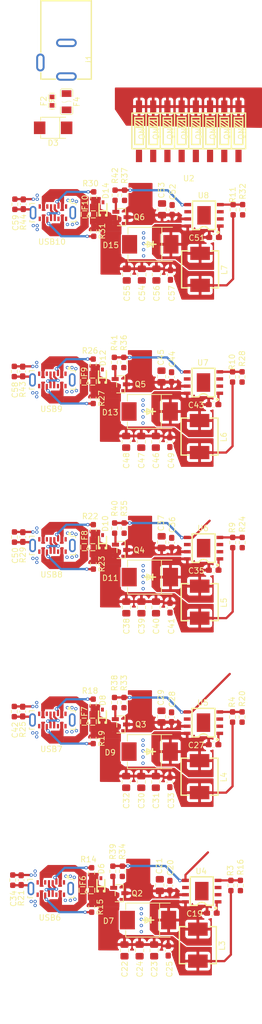
<source format=kicad_pcb>
(kicad_pcb (version 20241229) (generator "pcbnew") (generator_version "9.0")
  (layers (0 "F.Cu" signal) (2 "B.Cu" signal) (13 "F.Paste" user) (15 "B.Paste" user) (5 "F.SilkS" user "F.Silkscreen") (7 "B.SilkS" user "B.Silkscreen") (1 "F.Mask" user) (3 "B.Mask" user) (25 "Edge.Cuts" user))
  (net 0 "")
  (net 1 "Net-(D7-C)")
  (net 2 "Net-(U4-BST)")
  (net 3 "/Vin")
  (net 4 "GND")
  (net 5 "/REG_USB/USB receptacle2/VBUS")
  (net 6 "Net-(D9-C)")
  (net 7 "Net-(U5-BST)")
  (net 8 "/REG_USB1/USB receptacle2/VBUS")
  (net 9 "Net-(C34-Pad1)")
  (net 10 "Net-(D11-C)")
  (net 11 "Net-(U6-BST)")
  (net 12 "/REG_USB2/USB receptacle2/VBUS")
  (net 13 "Net-(C42-Pad1)")
  (net 14 "Net-(U7-BST)")
  (net 15 "Net-(D13-C)")
  (net 16 "/REG_USB3/USB receptacle2/VBUS")
  (net 17 "Net-(C50-Pad1)")
  (net 18 "Net-(U8-BST)")
  (net 19 "Net-(D15-C)")
  (net 20 "/REG_USB4/USB receptacle2/VBUS")
  (net 21 "Net-(C58-Pad1)")
  (net 22 "Net-(C59-Pad1)")
  (net 23 "Net-(F2-Pad1)")
  (net 24 "/REG_USB/USB receptacle2/Vusb_no_f")
  (net 25 "/REG_USB1/USB receptacle2/Vusb_no_f")
  (net 26 "/REG_USB2/USB receptacle2/Vusb_no_f")
  (net 27 "/REG_USB3/USB receptacle2/Vusb_no_f")
  (net 28 "/REG_USB4/USB receptacle2/Vusb_no_f")
  (net 30 "Net-(Q2-G)")
  (net 31 "Net-(Q3-G)")
  (net 32 "Net-(Q4-G)")
  (net 33 "Net-(Q5-G)")
  (net 34 "Net-(Q6-G)")
  (net 35 "Net-(U4-FB)")
  (net 36 "Net-(U5-FB)")
  (net 37 "Net-(U6-FB)")
  (net 38 "Net-(U7-FB)")
  (net 39 "Net-(U8-FB)")
  (net 40 "Net-(USB6-CC1)")
  (net 41 "Net-(USB6-CC2)")
  (net 42 "Net-(USB7-CC1)")
  (net 43 "Net-(USB7-CC2)")
  (net 44 "Net-(USB8-CC1)")
  (net 45 "Net-(USB8-CC2)")
  (net 46 "Net-(USB9-CC1)")
  (net 47 "Net-(USB9-CC2)")
  (net 48 "Net-(USB10-CC1)")
  (net 49 "Net-(USB10-CC2)")
  (net 50 "/REG_USB1/Enable")
  (net 51 "/REG_USB/Enable")
  (net 52 "/REG_USB2/Enable")
  (net 53 "/REG_USB3/Enable")
  (net 54 "/REG_USB4/Enable")
  (net 69 "Net-(USB6-Dn1)")
  (net 71 "Net-(USB6-Dp1)")
  (net 72 "Net-(USB7-Dp1)")
  (net 75 "Net-(USB7-Dn1)")
  (net 77 "Net-(USB8-Dp1)")
  (net 79 "Net-(USB8-Dn1)")
  (net 80 "Net-(USB9-Dp1)")
  (net 82 "Net-(USB9-Dn1)")
  (net 84 "Net-(USB10-Dp1)")
  (net 86 "Net-(USB10-Dn1)")
  (footprint "easyeda2kicad:SOT-23-3_L2.9-W1.3-P1.90-LS2.4-BR" (layer "F.Cu") (at 118.255 180.46875 180)
    (property "Reference" "Q2")
    (property "Value" "AM2302N-T1-PF-VB")
  )
  (footprint "Resistor_SMD:R_0603_1608Metric_Pad0.98x0.95mm_HandSolder" (layer "F.Cu") (at 113.6 92.304632 90)
    (property "Reference" "R27")
    (property "Value" "5.1k")
  )
  (footprint "Resistor_SMD:R_0603_1608Metric_Pad0.98x0.95mm_HandSolder" (layer "F.Cu") (at 140.2 149.079632 -90)
    (property "Reference" "R20")
    (property "Value" "10k")
  )
  (footprint "Resistor_SMD:R_0603_1608Metric_Pad0.98x0.95mm_HandSolder" (layer "F.Cu") (at 118.805 176.56875 90)
    (property "Reference" "R34")
    (property "Value" "5.1k")
  )
  (footprint "Resistor_SMD:R_0603_1608Metric_Pad0.98x0.95mm_HandSolder" (layer "F.Cu") (at 113.625 115.709632 -90)
    (property "Reference" "R22")
    (property "Value" "5.1k")
  )
  (footprint "Capacitor_SMD:C_0603_1608Metric_Pad1.08x0.95mm_HandSolder" (layer "F.Cu") (at 127.6 88.5 90)
    (property "Reference" "C44")
    (property "Value" "0.1uf")
  )
  (footprint "Resistor_SMD:R_0603_1608Metric_Pad0.98x0.95mm_HandSolder" (layer "F.Cu") (at 117.5 56.104632 90)
    (property "Reference" "R42")
    (property "Value" "100R")
  )
  (footprint "Resistor_SMD:R_0603_1608Metric_Pad0.98x0.95mm_HandSolder" (layer "F.Cu") (at 113.625 121.809632 90)
    (property "Reference" "R23")
    (property "Value" "5.1k")
  )
  (footprint "Capacitor_SMD:C_0805_2012Metric_Pad1.18x1.45mm_HandSolder" (layer "F.Cu") (at 125.825 117.909632 90)
    (property "Reference" "C37")
    (property "Value" "10uf")
  )
  (footprint "Capacitor_SMD:C_0603_1608Metric_Pad1.08x0.95mm_HandSolder" (layer "F.Cu") (at 135.125 122.909632 180)
    (property "Reference" "C35")
    (property "Value" "10nf")
  )
  (footprint "easyeda2kicad:IND-SMD_L7.2-W6.6_GPSR07X0" (layer "F.Cu") (at 132.625 128.609632 -90)
    (property "Reference" "L5")
    (property "Value" "4.7uH - SHOU HAN CYA0630-4.7UH")
  )
  (footprint "easyeda2kicad:IND-SMD_L7.2-W6.6_GPSR07X0" (layer "F.Cu") (at 132.6 159.704632 -90)
    (property "Reference" "L4")
    (property "Value" "4.7uH - SHOU HAN CYA0630-4.7UH")
  )
  (footprint "easyeda2kicad:SMC_L6.9-W5.9-LS7.9-RD" (layer "F.Cu") (at 123.715 124.144632 180)
    (property "Reference" "D11")
    (property "Value" "B550C-13-F")
  )
  (footprint "Resistor_SMD:R_0603_1608Metric_Pad0.98x0.95mm_HandSolder" (layer "F.Cu") (at 140.3 58.679632 -90)
    (property "Reference" "R32")
    (property "Value" "10k")
  )
  (footprint "easyeda2kicad:ESOP-8_L4.9-W3.9-P1.27-LS6.0-BL-EP" (layer "F.Cu") (at 133.325 118.984632 90)
    (property "Reference" "U6")
    (property "Value" "EUP3489WIR1")
  )
  (footprint "Resistor_SMD:R_0603_1608Metric_Pad0.98x0.95mm_HandSolder" (layer "F.Cu") (at 113.6 152.904632 90)
    (property "Reference" "R19")
    (property "Value" "5.1k")
  )
  (footprint "easyeda2kicad:F0603" (layer "F.Cu") (at 112.475 179.94375)
    (property "Reference" "F6")
    (property "Value" "0467005.NRHF")
  )
  (footprint "Capacitor_SMD:C_0603_1608Metric_Pad1.08x0.95mm_HandSolder" (layer "F.Cu") (at 127.7 58.704632 90)
    (property "Reference" "C52")
    (property "Value" "0.1uf")
  )
  (footprint "easyeda2kicad:TYPE-C-SMD_YTC-TC16S-128" (layer "F.Cu") (at 106.3 89.004632)
    (property "Reference" "USB9")
    (property "Value" "YTC-TC16S-128_C2927282")
  )
  (footprint "Resistor_SMD:R_0603_1608Metric_Pad0.98x0.95mm_HandSolder" (layer "F.Cu") (at 99.525 117.009632 -90)
    (property "Reference" "R29")
    (property "Value" "1M")
  )
  (footprint "easyeda2kicad:USC_L1.7-W1.3-LS2.5-R-RD" (layer "F.Cu") (at 115.25 148.904632 90)
    (property "Reference" "D8")
    (property "Value" "DF2S6P2FU,H3F")
  )
  (footprint "Resistor_SMD:R_0603_1608Metric_Pad0.98x0.95mm_HandSolder" (layer "F.Cu") (at 113.6 86.204632 -90)
    (property "Reference" "R26")
    (property "Value" "5.1k")
  )
  (footprint "Resistor_SMD:R_0603_1608Metric_Pad0.98x0.95mm_HandSolder" (layer "F.Cu") (at 138.6 58.679632 90)
    (property "Reference" "R11")
    (property "Value" "31k")
  )
  (footprint "Capacitor_SMD:C_0805_2012Metric_Pad1.18x1.45mm_HandSolder" (layer "F.Cu") (at 124.79 160.639632 -90)
    (property "Reference" "C31")
    (property "Value" "22uF")
  )
  (footprint "Capacitor_SMD:C_0603_1608Metric_Pad1.08x0.95mm_HandSolder" (layer "F.Cu") (at 134.8 184.025 180)
    (property "Reference" "C19")
    (property "Value" "10nf")
  )
  (footprint "easyeda2kicad:ESOP-8_L4.9-W3.9-P1.27-LS6.0-BL-EP" (layer "F.Cu") (at 133.3 89.475 90)
    (property "Reference" "U7")
    (property "Value" "EUP3489WIR1")
  )
  (footprint "Capacitor_SMD:C_0805_2012Metric_Pad1.18x1.45mm_HandSolder" (layer "F.Cu") (at 125.8 149.004632 90)
    (property "Reference" "C29")
    (property "Value" "10uf")
  )
  (footprint "Resistor_SMD:R_0603_1608Metric_Pad0.98x0.95mm_HandSolder" (layer "F.Cu") (at 138.2 179.1 90)
    (property "Reference" "R3")
    (property "Value" "31k")
  )
  (footprint "easyeda2kicad:SMC_L6.9-W5.9-LS7.9-RD" (layer "F.Cu") (at 123.69 94.635 180)
    (property "Reference" "D13")
    (property "Value" "B550C-13-F")
  )
  (footprint "Capacitor_SMD:C_0805_2012Metric_Pad1.18x1.45mm_HandSolder" (layer "F.Cu") (at 124.815 129.544632 -90)
    (property "Reference" "C40")
    (property "Value" "10uf")
  )
  (footprint "easyeda2kicad:IND-SMD_L7.2-W6.6_GPSR07X0" (layer "F.Cu") (at 132.7 69.304632 -90)
    (property "Reference" "L7")
    (property "Value" "4.7uH - SHOU HAN CYA0630-4.7UH")
  )
  (footprint "Resistor_SMD:R_0603_1608Metric_Pad0.98x0.95mm_HandSolder" (layer "F.Cu") (at 99.225 178.14375 -90)
    (property "Reference" "R21")
    (property "Value" "1M")
  )
  (footprint "easyeda2kicad:F0603" (layer "F.Cu") (at 112.85 59.504632)
    (property "Reference" "F10")
    (property "Value" "0467005.NRHF")
  )
  (footprint "easyeda2kicad:SW-SMD_DSIC08LSGET" (layer "F.Cu") (at 130.67 44.7 180)
    (property "Reference" "U2")
    (property "Value" "DSIC08LSGET_C3293158")
  )
  (footprint "easyeda2kicad:F0603" (layer "F.Cu") (at 112.75 149.904632)
    (property "Reference" "F7")
    (property "Value" "0467005.NRHF")
  )
  (footprint "Capacitor_SMD:C_0805_2012Metric_Pad1.18x1.45mm_HandSolder" (layer "F.Cu") (at 124.49 190.66 -90)
    (property "Reference" "C23")
    (property "Value" "22uF")
  )
  (footprint "easyeda2kicad:SMC_L6.9-W5.9-LS7.9-RD" (layer "F.Cu") (at 123.79 64.839632 180)
    (property "Reference" "D15")
    (property "Value" "B550C-13-F")
  )
  (footprint "Capacitor_SMD:C_0603_1608Metric_Pad1.08x0.95mm_HandSolder" (layer "F.Cu") (at 101.025 117.009632 90)
    (property "Reference" "C50")
    (property "Value" "4n7")
  )
  (footprint "Capacitor_SMD:C_0603_1608Metric_Pad1.08x0.95mm_HandSolder" (layer "F.Cu") (at 100.725 178.14375 90)
    (property "Reference" "C34")
    (property "Value" "4n7")
  )
  (footprint "easyeda2kicad:IND-SMD_L7.2-W6.6_GPSR07X0" (layer "F.Cu") (at 132.6 99.1 -90)
    (property "Reference" "L6")
    (property "Value" "4.7uH - SHOU HAN CYA0630-4.7UH")
  )
  (footprint "Resistor_SMD:R_0603_1608Metric_Pad0.98x0.95mm_HandSolder" (layer "F.Cu") (at 99.5 148.104632 -90)
    (property "Reference" "R25")
    (property "Value" "1M")
  )
  (footprint "Capacitor_SMD:C_0603_1608Metric_Pad1.08x0.95mm_HandSolder" (layer "F.Cu") (at 127.3 179.125 90)
    (property "Reference" "C20")
    (property "Value" "0.1uf")
  )
  (footprint "Capacitor_SMD:C_0805_2012Metric_Pad1.18x1.45mm_HandSolder" (layer "F.Cu") (at 119.59 70.239632 -90)
    (property "Reference" "C55")
    (property "Value" "22uF")
  )
  (footprint "Capacitor_SMD:C_0805_2012Metric_Pad1.18x1.45mm_HandSolder" (layer "F.Cu") (at 124.89 70.239632 -90)
    (property "Reference" "C56")
    (property "Value" "10uf")
  )
  (footprint "Resistor_SMD:R_0603_1608Metric_Pad0.98x0.95mm_HandSolder" (layer "F.Cu") (at 99.5 87.504632 -90)
    (property "Reference" "R43")
    (property "Value" "1M")
  )
  (footprint "Resistor_SMD:R_0603_1608Metric_Pad0.98x0.95mm_HandSolder" (layer "F.Cu") (at 117.4 146.504632 90)
    (property "Reference" "R38")
    (property "Value" "100R")
  )
  (footprint "easyeda2kicad:TYPE-C-SMD_YTC-TC16S-128" (layer "F.Cu") (at 106.4 59.204632)
    (property "Reference" "USB10")
    (property "Value" "YTC-TC16S-128_C2927282")
  )
  (footprint "Capacitor_SMD:C_0603_1608Metric_Pad1.08x0.95mm_HandSolder" (layer "F.Cu") (at 101.1 57.704632 90)
    (property "Reference" "C59")
    (property "Value" "4n7")
  )
  (footprint "Resistor_SMD:R_0603_1608Metric_Pad0.98x0.95mm_HandSolder" (layer "F.Cu") (at 138.5 88.475 90)
    (property "Reference" "R10")
    (property "Value" "31k")
  )
  (footprint "Resistor_SMD:R_0603_1608Metric_Pad0.98x0.95mm_HandSolder" (layer "F.Cu") (at 117.425 115.409632 90)
    (property "Reference" "R40")
    (property "Value" "100R")
  )
  (footprint "Capacitor_SMD:C_0603_1608Metric_Pad1.08x0.95mm_HandSolder" (layer "F.Cu") (at 101 87.504632 90)
    (property "Reference" "C58")
    (property "Value" "4n7")
  )
  (footprint "Resistor_SMD:R_0603_1608Metric_Pad0.98x0.95mm_HandSolder" (layer "F.Cu") (at 119.1 146.504632 90)
    (property "Reference" "R33")
    (property "Value" "5.1k")
  )
  (footprint "Capacitor_SMD:C_0805_2012Metric_Pad1.18x1.45mm_HandSolder" (layer "F.Cu") (at 122.29 70.239632 -90)
    (property "Reference" "C54")
    (property "Value" "22uF")
  )
  (footprint "easyeda2kicad:ESOP-8_L4.9-W3.9-P1.27-LS6.0-BL-EP" (layer "F.Cu") (at 133.3 150.079632 90)
    (property "Reference" "U5")
    (property "Value" "EUP3489WIR1")
  )
  (footprint "Capacitor_SMD:C_0603_1608Metric_Pad1.08x0.95mm_HandSolder" (layer "F.Cu") (at 127.6 149.104632 90)
    (property "Reference" "C28")
    (property "Value" "0.1uf")
  )
  (footprint "Resistor_SMD:R_0603_1608Metric_Pad0.98x0.95mm_HandSolder" (layer "F.Cu") (at 119.125 115.409632 90)
    (property "Reference" "R35")
    (property "Value" "5.1k")
  )
  (footprint "easyeda2kicad:ESOP-8_L4.9-W3.9-P1.27-LS6.0-BL-EP" (layer "F.Cu") (at 133 180.1 90)
    (property "Reference" "U4")
    (property "Value" "EUP3489WIR1")
  )
  (footprint "Capacitor_SMD:C_0603_1608Metric_Pad1.08x0.95mm_HandSolder" (layer "F.Cu") (at 127.625 118.009632 90)
    (property "Reference" "C36")
    (property "Value" "0.1uf")
  )
  (footprint "easyeda2kicad:F0603" (layer "F.Cu") (at 112.75 89.304632)
    (property "Reference" "F9")
    (property "Value" "0467005.NRHF")
  )
  (footprint "Capacitor_SMD:C_0603_1608Metric_Pad1.08x0.95mm_HandSolder" (layer "F.Cu") (at 135.1 154.004632 180)
    (property "Reference" "C27")
    (property "Value" "10nf")
  )
  (footprint "easyeda2kicad:USC_L1.7-W1.3-LS2.5-R-RD" (layer "F.Cu") (at 115.35 58.504632 90)
    (property "Reference" "D14")
    (property "Value" "DF2S6P2FU,H3F")
  )
  (footprint "easyeda2kicad:TYPE-C-SMD_YTC-TC16S-128" (layer "F.Cu") (at 106.3 149.604632)
    (property "Reference" "USB7")
    (property "Value" "YTC-TC16S-128_C2927282")
  )
  (footprint "Capacitor_SMD:C_0805_2012Metric_Pad1.18x1.45mm_HandSolder" (layer "F.Cu") (at 124.79 100.035 -90)
    (property "Reference" "C46")
    (property "Value" "22uF")
  )
  (footprint "easyeda2kicad:SOT-23-3_L2.9-W1.3-P1.90-LS2.4-BR" (layer "F.Cu") (at 118.55 150.404632 180)
    (property "Reference" "Q3")
    (property "Value" "AM2302N-T1-PF-VB")
  )
  (footprint "Capacitor_SMD:C_0805_2012Metric_Pad1.18x1.45mm_HandSolder" (layer "F.Cu") (at 125.8 88.4 90)
    (property "Reference" "C45")
    (property "Value" "10uf")
  )
  (footprint "Capacitor_SMD:C_0805_2012Metric_Pad1.18x1.45mm_HandSolder" (layer "F.Cu") (at 122.19 160.639632 -90)
    (property "Reference" "C30")
    (property "Value" "22uF")
  )
  (footprint "Resistor_SMD:R_0603_1608Metric_Pad0.98x0.95mm_HandSolder" (layer "F.Cu") (at 99.6 57.704632 -90)
    (property "Reference" "R44")
    (property "Value" "1M")
  )
  (footprint "Resistor_SMD:R_0603_1608Metric_Pad0.98x0.95mm_HandSolder" (layer "F.Cu") (at 113.325 176.84375 -90)
    (property "Reference" "R14")
    (property "Value" "5.1k")
  )
  (footprint "Resistor_SMD:R_0603_1608Metric_Pad0.98x0.95mm_HandSolder" (layer "F.Cu") (at 138.525 117.984632 90)
    (property "Reference" "R9")
    (property "Value" "31k")
  )
  (footprint "Resistor_SMD:R_0603_1608Metric_Pad0.98x0.95mm_HandSolder" (layer "F.Cu") (at 138.5 149.079632 90)
    (property "Reference" "R4")
    (property "Value" "31k")
  )
  (footprint "Resistor_SMD:R_0603_1608Metric_Pad0.98x0.95mm_HandSolder" (layer "F.Cu") (at 119.07 85.894632 90)
    (property "Reference" "R36")
    (property "Value" "5.1k")
  )
  (footprint "Resistor_SMD:R_0603_1608Metric_Pad0.98x0.95mm_HandSolder" (layer "F.Cu") (at 139.9 179.1 -90)
    (property "Reference" "R16")
    (property "Value" "10k")
  )
  (footprint "Capacitor_SMD:C_0603_1608Metric_Pad1.08x0.95mm_HandSolder" (layer "F.Cu") (at 135.2 63.604632 180)
    (property "Reference" "C51")
    (property "Value" "10nf")
  )
  (footprint "Resistor_SMD:R_0603_1608Metric_Pad0.98x0.95mm_HandSolder" (layer "F.Cu") (at 119.2 56.104632 90)
    (property "Reference" "R37")
    (property "Value" "5.1k")
  )
  (footprint "Capacitor_SMD:C_0603_1608Metric_Pad1.08x0.95mm_HandSolder" (layer "F.Cu") (at 101 148.104632 90)
    (property "Reference" "C42")
    (property "Value" "4n7")
  )
  (footprint "easyeda2kicad:TYPE-C-SMD_YTC-TC16S-128" (layer "F.Cu") (at 106.025 179.64375)
    (property "Reference" "USB6")
    (property "Value" "YTC-TC16S-128_C2927282")
  )
  (footprint "Capacitor_SMD:C_0805_2012Metric_Pad1.18x1.45mm_HandSolder" (layer "F.Cu") (at 122.19 100.035 -90)
    (property "Reference" "C47")
    (property "Value" "22uF")
  )
  (footprint "Resistor_SMD:R_0603_1608Metric_Pad0.98x0.95mm_HandSolder" (layer "F.Cu") (at 113.325 182.94375 90)
    (property "Reference" "R15")
    (property "Value" "5.1k")
  )
  (footprint "easyeda2kicad:IND-SMD_L7.2-W6.6_GPSR07X0" (layer "F.Cu") (at 132.3 189.725 -90)
    (property "Reference" "L3")
    (property "Value" "4.7uH - SHOU HAN CYA0630-4.7UH")
  )
  (footprint "Capacitor_SMD:C_0805_2012Metric_Pad1.18x1.45mm_HandSolder" (layer "F.Cu") (at 125.9 58.604632 90)
    (property "Reference" "C53")
    (property "Value" "10uf")
  )
  (footprint "Capacitor_SMD:C_0805_2012Metric_Pad1.18x1.45mm_HandSolder" (layer "F.Cu") (at 125.5 179.025 90)
    (property "Reference" "C21")
    (property "Value" "10uf")
  )
  (footprint "Resistor_SMD:R_0603_1608Metric_Pad0.98x0.95mm_HandSolder" (layer "F.Cu") (at 140.2 88.475 -90)
    (property "Reference" "R28")
    (property "Value" "10k")
  )
  (footprint "Capacitor_SMD:C_0603_1608Metric_Pad1.08x0.95mm_HandSolder" (layer "F.Cu") (at 127.4 70.309373 -90)
    (property "Reference" "C57")
    (property "Value" "0.1uf")
  )
  (footprint "easyeda2kicad:TYPE-C-SMD_YTC-TC16S-128" (layer "F.Cu") (at 106.325 118.509632)
    (property "Reference" "USB8")
    (property "Value" "YTC-TC16S-128_C2927282")
  )
  (footprint "easyeda2kicad:USC_L1.7-W1.3-LS2.5-R-RD" (layer "F.Cu") (at 114.975 178.94375 90)
    (property "Reference" "D6")
    (property "Value" "DF2S6P2FU,H3F")
  )
  (footprint "Capacitor_SMD:C_0603_1608Metric_Pad1.08x0.95mm_HandSolder" (layer "F.Cu") (at 127.325 129.614373 -90)
    (property "Reference" "C41")
    (property "Value" "0.1uf")
  )
  (footprint "easyeda2kicad:F0603" (layer "F.Cu") (at 106.2425 39.3325 -90)
    (property "Reference" "F2")
    (property "Value" "0467005.NRHF")
  )
  (footprint "Capacitor_SMD:C_0805_2012Metric_Pad1.18x1.45mm_HandSolder" (layer "F.Cu") (at 119.49 100.035 -90)
    (property "Reference" "C48")
    (property "Value" "10uf")
  )
  (footprint "easyeda2kicad:USC_L1.7-W1.3-LS2.5-R-RD" (layer "F.Cu") (at 115.275 117.809632 90)
    (property "Reference" "D10")
    (property "Value" "DF2S6P2FU,H3F")
  )
  (footprint "Resistor_SMD:R_0603_1608Metric_Pad0.98x0.95mm_HandSolder" (layer "F.Cu") (at 117.37 85.894632 90)
    (property "Reference" "R41")
    (property "Value" "100R")
  )
  (footprint "easyeda2kicad:SMC_L6.9-W5.9-LS7.9-RD" (layer "F.Cu") (at 123.69 155.239632 180)
    (property "Reference" "D9")
    (property "Value" "B550C-13-F")
  )
  (footprint "Capacitor_SMD:C_0603_1608Metric_Pad1.08x0.95mm_HandSolder" (layer "F.Cu") (at 135.1 93.4 180)
    (property "Reference" "C43")
    (property "Value" "10nf")
  )
  (footprint "Resistor_SMD:R_0603_1608Metric_Pad0.98x0.95mm_HandSolder" (layer "F.Cu") (at 113.7 56.404632 -90)
    (property "Reference" "R30")
    (property "Value" "5.1k")
  )
  (footprint "Capacitor_SMD:C_0603_1608Metric_Pad1.08x0.95mm_HandSolder" (layer "F.Cu") (at 127 190.729741 -90)
    (property "Reference" "C25")
    (property "Value" "0.1uf")
  )
  (footprint "Capacitor_SMD:C_0805_2012Metric_Pad1.18x1.45mm_HandSolder" (layer "F.Cu") (at 119.19 190.66 -90)
    (property "Reference" "C22")
    (property "Value" "22uF")
  )
  (footprint "Capacitor_SMD:C_0805_2012Metric_Pad1.18x1.45mm_HandSolder" (layer "F.Cu") (at 119.49 160.639632 -90)
    (property "Reference" "C32")
    (property "Value" "10uf")
  )
  (footprint "easyeda2kicad:SOT-23-3_L2.9-W1.3-P1.90-LS2.4-BR" (layer "F.Cu") (at 118.575 119.309632 180)
    (property "Reference" "Q4")
    (property "Value" "AM2302N-T1-PF-VB")
  )
  (footprint "easyeda2kicad:ESOP-8_L4.9-W3.9-P1.27-LS6.0-BL-EP" (layer "F.Cu") (at 133.4 59.679632 90)
    (property "Reference" "U8")
    (property "Value" "EUP3489WIR1")
  )
  (footprint "Capacitor_SMD:C_0805_2012Metric_Pad1.18x1.45mm_HandSolder" (layer "F.Cu") (at 119.515 129.544632 -90)
    (property "Reference" "C38")
    (property "Value" "22uF")
  )
  (footprint "easyeda2kicad:SOT-23-3_L2.9-W1.3-P1.90-LS2.4-BR" (layer "F.Cu") (at 118.52 89.794632 180)
    (property "Reference" "Q5")
    (property "Value" "AM2302N-T1-PF-VB")
  )
  (footprint "Resistor_SMD:R_0603_1608Metric_Pad0.98x0.95mm_HandSolder" (layer "F.Cu") (at 113.6 146.804632 -90)
    (property "Reference" "R18")
    (property "Value" "5.1k")
  )
  (footprint "easyeda2kicad:SMB_L4.6-W3.6-LS5.4-RD" (layer "F.Cu") (at 106.4425 44.0825 180)
    (property "Reference" "D3")
    (property "Value" "SMBJ5338B")
  )
  (footprint "Capacitor_SMD:C_0805_2012Metric_Pad1.18x1.45mm_HandSolder" (layer "F.Cu") (at 122.215 129.544632 -90)
    (property "Reference" "C39")
    (property "Value" "22uF")
  )
  (footprint "easyeda2kicad:F1206" (layer "F.Cu") (at 108.8425 39.4325 -90)
    (property "Reference" "F4")
    (property "Value" "Littelfuse 0501020.WR")
  )
  (footprint "easyeda2kicad:SMC_L6.9-W5.9-LS7.9-RD" (layer "F.Cu") (at 123.39 185.26 180)
    (property "Reference" "D7")
    (property "Value" "B550C-13-F")
  )
  (footprint "Capacitor_SMD:C_0603_1608Metric_Pad1.08x0.95mm_HandSolder" (layer "F.Cu") (at 127.3 100.104741 -90)
    (property "Reference" "C49")
    (property "Value" "0.1uf")
  )
  (footprint "Resistor_SMD:R_0603_1608Metric_Pad0.98x0.95mm_HandSolder" (layer "F.Cu") (at 140.225 117.984632 -90)
    (property "Reference" "R24")
    (property "Value" "10k")
  )
  (footprint "easyeda2kicad:DC-IN-TH_DC-005-A250" (layer "F.Cu") (at 106.4825 31.9425 -90)
    (property "Reference" "J1")
    (property "Value" "XUNPU DC-005-A250")
  )
  (footprint "Capacitor_SMD:C_0805_2012Metric_Pad1.18x1.45mm_HandSolder" (layer "F.Cu") (at 121.89 190.66 -90)
    (property "Reference" "C24")
    (property "Value" "10uf")
  )
  (footprint "Resistor_SMD:R_0603_1608Metric_Pad0.98x0.95mm_HandSolder" (layer "F.Cu") (at 113.7 62.504632 90)
    (property "Reference" "R31")
    (property "Value" "5.1k")
  )
  (footprint "easyeda2kicad:USC_L1.7-W1.3-LS2.5-R-RD" (layer "F.Cu") (at 115.25 88.304632 90)
    (property "Reference" "D12")
    (property "Value" "DF2S6P2FU,H3F")
  )
  (footprint "Capacitor_SMD:C_0603_1608Metric_Pad1.08x0.95mm_HandSolder" (layer "F.Cu") (at 127.3 160.709373 -90)
    (property "Reference" "C33")
    (property "Value" "0.1uf")
  )
  (footprint "Resistor_SMD:R_0603_1608Metric_Pad0.98x0.95mm_HandSolder" (layer "F.Cu") (at 117.105 176.56875 90)
    (property "Reference" "R39")
    (property "Value" "100R")
  )
  (footprint "easyeda2kicad:SOT-23-3_L2.9-W1.3-P1.90-LS2.4-BR" (layer "F.Cu") (at 118.65 60.004632 180)
    (property "Reference" "Q6")
    (property "Value" "AM2302N-T1-PF-VB")
  )
  (footprint "easyeda2kicad:F0603" (layer "F.Cu") (at 112.775 118.809632)
    (property "Reference" "F8")
    (property "Value" "0467005.NRHF")
  )
  (segment (start 135.6625 182.2575) (end 135.91 182.01) (width 0.4) (layer "F.Cu") (net 2))
  (segment (start 135.6625 184.025) (end 135.6625 182.2575) (width 0.4) (layer "F.Cu") (net 2))
  (segment (start 99.6 56.792132) (end 102.8875 56.792132) (width 0.4) (layer "F.Cu") (net 4))
  (segment (start 99.525 116.097132) (end 102.8125 116.097132) (width 0.4) (layer "F.Cu") (net 4))
  (segment (start 99.225 177.23125) (end 102.5125 177.23125) (width 0.4) (layer "F.Cu") (net 4))
  (segment (start 99.5 86.592132) (end 102.7875 86.592132) (width 0.4) (layer "F.Cu") (net 4))
  (segment (start 99.5 147.192132) (end 102.7875 147.192132) (width 0.4) (layer "F.Cu") (net 4))
  (segment (start 102.8875 56.792132) (end 102.9 56.804632) (width 0.4) (layer "F.Cu") (net 4))
  (segment (start 102.8125 116.097132) (end 102.825 116.109632) (width 0.4) (layer "F.Cu") (net 4))
  (segment (start 102.5125 177.23125) (end 102.525 177.24375) (width 0.4) (layer "F.Cu") (net 4))
  (segment (start 102.7875 147.192132) (end 102.8 147.204632) (width 0.4) (layer "F.Cu") (net 4))
  (segment (start 102.7875 86.592132) (end 102.8 86.604632) (width 0.4) (layer "F.Cu") (net 4))
  (via (at 103.6 56.104632) (size 0.6) (drill 0.3) (layers "F.Cu" "B.Cu") (net 4))
  (via (at 103.225 176.54375) (size 0.6) (drill 0.3) (layers "F.Cu" "B.Cu") (net 4))
  (via (at 103.5 146.504632) (size 0.6) (drill 0.3) (layers "F.Cu" "B.Cu") (net 4))
  (via (at 103.5 85.904632) (size 0.6) (drill 0.3) (layers "F.Cu" "B.Cu") (net 4))
  (via (at 103.525 115.409632) (size 0.6) (drill 0.3) (layers "F.Cu" "B.Cu") (net 4))
  (via (at 122.2 184.125) (size 0.6) (drill 0.3) (layers "F.Cu" "B.Cu") (net 4))
  (via (at 122.525 123.009632) (size 0.6) (drill 0.3) (layers "F.Cu" "B.Cu") (net 4))
  (via (at 122.6 63.704632) (size 0.6) (drill 0.3) (layers "F.Cu" "B.Cu") (net 4))
  (via (at 122.5 154.104632) (size 0.6) (drill 0.3) (layers "F.Cu" "B.Cu") (net 4))
  (via (at 122.5 93.5) (size 0.6) (drill 0.3) (layers "F.Cu" "B.Cu") (net 4))
  (via (at 109.9 57.004632) (size 0.6) (drill 0.3) (layers "F.Cu" "B.Cu") (net 4))
  (via (at 109.525 177.44375) (size 0.6) (drill 0.3) (layers "F.Cu" "B.Cu") (net 4))
  (via (at 109.8 147.404632) (size 0.6) (drill 0.3) (layers "F.Cu" "B.Cu") (net 4))
  (via (at 109.8 86.804632) (size 0.6) (drill 0.3) (layers "F.Cu" "B.Cu") (net 4))
  (via (at 109.825 116.309632) (size 0.6) (drill 0.3) (layers "F.Cu" "B.Cu") (net 4))
  (via (at 103.6 56.804632) (size 0.6) (drill 0.3) (layers "F.Cu" "B.Cu") (net 4))
  (via (at 103.225 177.24375) (size 0.6) (drill 0.3) (layers "F.Cu" "B.Cu") (net 4))
  (via (at 103.5 147.204632) (size 0.6) (drill 0.3) (layers "F.Cu" "B.Cu") (net 4))
  (via (at 103.5 86.604632) (size 0.6) (drill 0.3) (layers "F.Cu" "B.Cu") (net 4))
  (via (at 103.525 116.109632) (size 0.6) (drill 0.3) (layers "F.Cu" "B.Cu") (net 4))
  (via (at 109.1 57.004632) (size 0.6) (drill 0.3) (layers "F.Cu" "B.Cu") (net 4))
  (via (at 108.725 177.44375) (size 0.6) (drill 0.3) (layers "F.Cu" "B.Cu") (net 4))
  (via (at 109 147.404632) (size 0.6) (drill 0.3) (layers "F.Cu" "B.Cu") (net 4))
  (via (at 109 86.804632) (size 0.6) (drill 0.3) (layers "F.Cu" "B.Cu") (net 4))
  (via (at 109.025 116.309632) (size 0.6) (drill 0.3) (layers "F.Cu" "B.Cu") (net 4))
  (via (at 122.2 185.125) (size 0.6) (drill 0.3) (layers "F.Cu" "B.Cu") (net 4))
  (via (at 122.525 124.009632) (size 0.6) (drill 0.3) (layers "F.Cu" "B.Cu") (net 4))
  (via (at 122.6 64.704632) (size 0.6) (drill 0.3) (layers "F.Cu" "B.Cu") (net 4))
  (via (at 122.5 155.104632) (size 0.6) (drill 0.3) (layers "F.Cu" "B.Cu") (net 4))
  (via (at 122.5 94.5) (size 0.6) (drill 0.3) (layers "F.Cu" "B.Cu") (net 4))
  (via (at 122.2 183.225) (size 0.6) (drill 0.3) (layers "F.Cu" "B.Cu") (net 4))
  (via (at 122.5 153.204632) (size 0.6) (drill 0.3) (layers "F.Cu" "B.Cu") (net 4))
  (via (at 122.525 122.109632) (size 0.6) (drill 0.3) (layers "F.Cu" "B.Cu") (net 4))
  (via (at 122.6 62.804632) (size 0.6) (drill 0.3) (layers "F.Cu" "B.Cu") (net 4))
  (via (at 122.5 92.6) (size 0.6) (drill 0.3) (layers "F.Cu" "B.Cu") (net 4))
  (via (at 109.9 61.304632) (size 0.6) (drill 0.3) (layers "F.Cu" "B.Cu") (net 4))
  (via (at 109.525 181.74375) (size 0.6) (drill 0.3) (layers "F.Cu" "B.Cu") (net 4))
  (via (at 109.8 151.704632) (size 0.6) (drill 0.3) (layers "F.Cu" "B.Cu") (net 4))
  (via (at 109.8 91.104632) (size 0.6) (drill 0.3) (layers "F.Cu" "B.Cu") (net 4))
  (via (at 109.825 120.609632) (size 0.6) (drill 0.3) (layers "F.Cu" "B.Cu") (net 4))
  (via (at 122.2 187.325) (size 0.6) (drill 0.3) (layers "F.Cu" "B.Cu") (net 4))
  (via (at 122.525 126.209632) (size 0.6) (drill 0.3) (layers "F.Cu" "B.Cu") (net 4))
  (via (at 122.6 66.904632) (size 0.6) (drill 0.3) (layers "F.Cu" "B.Cu") (net 4))
  (via (at 122.5 157.304632) (size 0.6) (drill 0.3) (layers "F.Cu" "B.Cu") (net 4))
  (via (at 122.5 96.7) (size 0.6) (drill 0.3) (layers "F.Cu" "B.Cu") (net 4))
  (via (at 103.6 62.204632) (size 0.6) (drill 0.3) (layers "F.Cu" "B.Cu") (net 4))
  (via (at 103.225 182.64375) (size 0.6) (drill 0.3) (layers "F.Cu" "B.Cu") (net 4))
  (via (at 103.5 152.604632) (size 0.6) (drill 0.3) (layers "F.Cu" "B.Cu") (net 4))
  (via (at 103.5 92.004632) (size 0.6) (drill 0.3) (layers "F.Cu" "B.Cu") (net 4))
  (via (at 103.525 121.509632) (size 0.6) (drill 0.3) (layers "F.Cu" "B.Cu") (net 4))
  (via (at 110.7 61.104632) (size 0.6) (drill 0.3) (layers "F.Cu" "B.Cu") (net 4))
  (via (at 110.325 181.54375) (size 0.6) (drill 0.3) (layers "F.Cu" "B.Cu") (net 4))
  (via (at 110.6 151.504632) (size 0.6) (drill 0.3) (layers "F.Cu" "B.Cu") (net 4))
  (via (at 110.6 90.904632) (size 0.6) (drill 0.3) (layers "F.Cu" "B.Cu") (net 4))
  (via (at 110.625 120.409632) (size 0.6) (drill 0.3) (layers "F.Cu" "B.Cu") (net 4))
  (via (at 122.2 186.225) (size 0.6) (drill 0.3) (layers "F.Cu" "B.Cu") (net 4))
  (via (at 122.525 125.109632) (size 0.6) (drill 0.3) (layers "F.Cu" "B.Cu") (net 4))
  (via (at 122.6 65.804632) (size 0.6) (drill 0.3) (layers "F.Cu" "B.Cu") (net 4))
  (via (at 122.5 156.204632) (size 0.6) (drill 0.3) (layers "F.Cu" "B.Cu") (net 4))
  (via (at 122.5 95.6) (size 0.6) (drill 0.3) (layers "F.Cu" "B.Cu") (net 4))
  (via (at 102.9 61.504632) (size 0.6) (drill 0.3) (layers "F.Cu" "B.Cu") (net 4))
  (via (at 102.525 181.94375) (size 0.6) (drill 0.3) (layers "F.Cu" "B.Cu") (net 4))
  (via (at 102.8 151.904632) (size 0.6) (drill 0.3) (layers "F.Cu" "B.Cu") (net 4))
  (via (at 102.8 91.304632) (size 0.6) (drill 0.3) (layers "F.Cu" "B.Cu") (net 4))
  (via (at 102.825 120.809632) (size 0.6) (drill 0.3) (layers "F.Cu" "B.Cu") (net 4))
  (via (at 102.9 56.804632) (size 0.6) (drill 0.3) (layers "F.Cu" "B.Cu") (net 4))
  (via (at 102.525 177.24375) (size 0.6) (drill 0.3) (layers "F.Cu" "B.Cu") (net 4))
  (via (at 102.8 147.204632) (size 0.6) (drill 0.3) (layers "F.Cu" "B.Cu") (net 4))
  (via (at 102.8 86.604632) (size 0.6) (drill 0.3) (layers "F.Cu" "B.Cu") (net 4))
  (via (at 102.825 116.109632) (size 0.6) (drill 0.3) (layers "F.Cu" "B.Cu") (net 4))
  (via (at 103.6 61.504632) (size 0.6) (drill 0.3) (layers "F.Cu" "B.Cu") (net 4))
  (via (at 103.225 181.94375) (size 0.6) (drill 0.3) (layers "F.Cu" "B.Cu") (net 4))
  (via (at 103.5 151.904632) (size 0.6) (drill 0.3) (layers "F.Cu" "B.Cu") (net 4))
  (via (at 103.5 91.304632) (size 0.6) (drill 0.3) (layers "F.Cu" "B.Cu") (net 4))
  (via (at 103.525 120.809632) (size 0.6) (drill 0.3) (layers "F.Cu" "B.Cu") (net 4))
  (via (at 109 61.304632) (size 0.6) (drill 0.3) (layers "F.Cu" "B.Cu") (net 4))
  (via (at 108.625 181.74375) (size 0.6) (drill 0.3) (layers "F.Cu" "B.Cu") (net 4))
  (via (at 108.9 91.104632) (size 0.6) (drill 0.3) (layers "F.Cu" "B.Cu") (net 4))
  (via (at 108.9 151.704632) (size 0.6) (drill 0.3) (layers "F.Cu" "B.Cu") (net 4))
  (via (at 108.925 120.609632) (size 0.6) (drill 0.3) (layers "F.Cu" "B.Cu") (net 4))
  (via (at 110.6 57.204632) (size 0.6) (drill 0.3) (layers "F.Cu" "B.Cu") (net 4))
  (via (at 110.225 177.64375) (size 0.6) (drill 0.3) (layers "F.Cu" "B.Cu") (net 4))
  (via (at 110.5 147.604632) (size 0.6) (drill 0.3) (layers "F.Cu" "B.Cu") (net 4))
  (via (at 110.5 87.004632) (size 0.6) (drill 0.3) (layers "F.Cu" "B.Cu") (net 4))
  (via (at 110.525 116.509632) (size 0.6) (drill 0.3) (layers "F.Cu" "B.Cu") (net 4))
  (segment (start 115.025 180.14375) (end 114.975 180.09375) (width 0.4) (layer "F.Cu") (net 5))
  (segment (start 138.2 191.425) (end 138.2 180.0125) (width 0.4) (layer "F.Cu") (net 5))
  (segment (start 137.05 192.575) (end 138.2 191.425) (width 0.4) (layer "F.Cu") (net 5))
  (segment (start 113.375 179.79375) (end 113.225 179.94375) (width 0.4) (layer "F.Cu") (net 5))
  (segment (start 132.3 192.575) (end 137.05 192.575) (width 0.4) (layer "F.Cu") (net 5))
  (segment (start 113.255 179.77375) (end 113.425 179.94375) (width 0.4) (layer "F.Cu") (net 5))
  (segment (start 113.225 179.94375) (end 114.825 179.94375) (width 0.4) (layer "F.Cu") (net 5))
  (segment (start 114.825 179.94375) (end 114.975 180.09375) (width 0.4) (layer "F.Cu") (net 5))
  (segment (start 135.9625 152.237132) (end 136.21 151.989632) (width 0.4) (layer "F.Cu") (net 7))
  (segment (start 135.9625 154.004632) (end 135.9625 152.237132) (width 0.4) (layer "F.Cu") (net 7))
  (segment (start 115.3 150.104632) (end 115.25 150.054632) (width 0.4) (layer "F.Cu") (net 8))
  (segment (start 138.5 161.404632) (end 138.5 149.992132) (width 0.4) (layer "F.Cu") (net 8))
  (segment (start 137.35 162.554632) (end 138.5 161.404632) (width 0.4) (layer "F.Cu") (net 8))
  (segment (start 113.65 149.754632) (end 113.5 149.904632) (width 0.4) (layer "F.Cu") (net 8))
  (segment (start 132.6 162.554632) (end 137.35 162.554632) (width 0.4) (layer "F.Cu") (net 8))
  (segment (start 113.53 149.734632) (end 113.7 149.904632) (width 0.4) (layer "F.Cu") (net 8))
  (segment (start 113.5 149.904632) (end 115.1 149.904632) (width 0.4) (layer "F.Cu") (net 8))
  (segment (start 115.1 149.904632) (end 115.25 150.054632) (width 0.4) (layer "F.Cu") (net 8))
  (segment (start 101.8875 179.05625) (end 102.475 179.64375) (width 0.4) (layer "F.Cu") (net 9))
  (segment (start 99.225 179.05625) (end 101.8875 179.05625) (width 0.4) (layer "F.Cu") (net 9))
  (segment (start 135.9875 121.142132) (end 136.235 120.894632) (width 0.4) (layer "F.Cu") (net 11))
  (segment (start 135.9875 122.909632) (end 135.9875 121.142132) (width 0.4) (layer "F.Cu") (net 11))
  (segment (start 115.325 119.009632) (end 115.275 118.959632) (width 0.4) (layer "F.Cu") (net 12))
  (segment (start 138.525 130.309632) (end 138.525 118.897132) (width 0.4) (layer "F.Cu") (net 12))
  (segment (start 137.375 131.459632) (end 138.525 130.309632) (width 0.4) (layer "F.Cu") (net 12))
  (segment (start 113.675 118.659632) (end 113.525 118.809632) (width 0.4) (layer "F.Cu") (net 12))
  (segment (start 132.625 131.459632) (end 137.375 131.459632) (width 0.4) (layer "F.Cu") (net 12))
  (segment (start 113.555 118.639632) (end 113.725 118.809632) (width 0.4) (layer "F.Cu") (net 12))
  (segment (start 113.525 118.809632) (end 115.125 118.809632) (width 0.4) (layer "F.Cu") (net 12))
  (segment (start 115.125 118.809632) (end 115.275 118.959632) (width 0.4) (layer "F.Cu") (net 12))
  (segment (start 102.1625 149.017132) (end 102.75 149.604632) (width 0.4) (layer "F.Cu") (net 13))
  (segment (start 99.5 149.017132) (end 102.1625 149.017132) (width 0.4) (layer "F.Cu") (net 13))
  (segment (start 135.9625 91.6325) (end 136.21 91.385) (width 0.4) (layer "F.Cu") (net 14))
  (segment (start 135.9625 93.4) (end 135.9625 91.6325) (width 0.4) (layer "F.Cu") (net 14))
  (segment (start 115.3 89.504632) (end 115.25 89.454632) (width 0.4) (layer "F.Cu") (net 16))
  (segment (start 138.5 100.8) (end 138.5 89.3875) (width 0.4) (layer "F.Cu") (net 16))
  (segment (start 137.35 101.95) (end 138.5 100.8) (width 0.4) (layer "F.Cu") (net 16))
  (segment (start 113.65 89.154632) (end 113.5 89.304632) (width 0.4) (layer "F.Cu") (net 16))
  (segment (start 132.6 101.95) (end 137.35 101.95) (width 0.4) (layer "F.Cu") (net 16))
  (segment (start 113.53 89.134632) (end 113.7 89.304632) (width 0.4) (layer "F.Cu") (net 16))
  (segment (start 113.5 89.304632) (end 115.1 89.304632) (width 0.4) (layer "F.Cu") (net 16))
  (segment (start 115.1 89.304632) (end 115.25 89.454632) (width 0.4) (layer "F.Cu") (net 16))
  (segment (start 102.1875 117.922132) (end 102.775 118.509632) (width 0.4) (layer "F.Cu") (net 17))
  (segment (start 99.525 117.922132) (end 102.1875 117.922132) (width 0.4) (layer "F.Cu") (net 17))
  (segment (start 136.0625 61.837132) (end 136.31 61.589632) (width 0.4) (layer "F.Cu") (net 18))
  (segment (start 136.0625 63.604632) (end 136.0625 61.837132) (width 0.4) (layer "F.Cu") (net 18))
  (segment (start 115.4 59.704632) (end 115.35 59.654632) (width 0.4) (layer "F.Cu") (net 20))
  (segment (start 138.6 71.004632) (end 138.6 59.592132) (width 0.4) (layer "F.Cu") (net 20))
  (segment (start 137.45 72.154632) (end 138.6 71.004632) (width 0.4) (layer "F.Cu") (net 20))
  (segment (start 113.75 59.354632) (end 113.6 59.504632) (width 0.4) (layer "F.Cu") (net 20))
  (segment (start 132.7 72.154632) (end 137.45 72.154632) (width 0.4) (layer "F.Cu") (net 20))
  (segment (start 113.63 59.334632) (end 113.8 59.504632) (width 0.4) (layer "F.Cu") (net 20))
  (segment (start 113.6 59.504632) (end 115.2 59.504632) (width 0.4) (layer "F.Cu") (net 20))
  (segment (start 115.2 59.504632) (end 115.35 59.654632) (width 0.4) (layer "F.Cu") (net 20))
  (segment (start 102.1625 88.417132) (end 102.75 89.004632) (width 0.4) (layer "F.Cu") (net 21))
  (segment (start 99.5 88.417132) (end 102.1625 88.417132) (width 0.4) (layer "F.Cu") (net 21))
  (segment (start 102.2625 58.617132) (end 102.85 59.204632) (width 0.4) (layer "F.Cu") (net 22))
  (segment (start 99.6 58.617132) (end 102.2625 58.617132) (width 0.4) (layer "F.Cu") (net 22))
  (segment (start 117.255 177.63125) (end 117.105 177.48125) (width 0.4) (layer "F.Cu") (net 30))
  (segment (start 117.275 179.49375) (end 117.275 177.60625) (width 0.4) (layer "F.Cu") (net 30))
  (segment (start 117.55 147.567132) (end 117.4 147.417132) (width 0.4) (layer "F.Cu") (net 31))
  (segment (start 117.55 149.454632) (end 117.55 147.567132) (width 0.4) (layer "F.Cu") (net 31))
  (segment (start 117.575 116.472132) (end 117.425 116.322132) (width 0.4) (layer "F.Cu") (net 32))
  (segment (start 117.575 118.359632) (end 117.575 116.472132) (width 0.4) (layer "F.Cu") (net 32))
  (segment (start 117.52 86.957132) (end 117.37 86.807132) (width 0.4) (layer "F.Cu") (net 33))
  (segment (start 117.55 88.854632) (end 117.55 86.967132) (width 0.4) (layer "F.Cu") (net 33))
  (segment (start 117.65 57.167132) (end 117.5 57.017132) (width 0.4) (layer "F.Cu") (net 34))
  (segment (start 117.65 59.054632) (end 117.65 57.167132) (width 0.4) (layer "F.Cu") (net 34))
  (segment (start 138.1975 178.19) (end 138.2 178.1875) (width 0.4) (layer "F.Cu") (net 35))
  (segment (start 139.9 178.1875) (end 138.2 178.1875) (width 0.4) (layer "F.Cu") (net 35))
  (segment (start 135.91 178.19) (end 138.1975 178.19) (width 0.4) (layer "F.Cu") (net 35))
  (segment (start 138.4975 148.169632) (end 138.5 148.167132) (width 0.4) (layer "F.Cu") (net 36))
  (segment (start 140.2 148.167132) (end 138.5 148.167132) (width 0.4) (layer "F.Cu") (net 36))
  (segment (start 136.21 148.169632) (end 138.4975 148.169632) (width 0.4) (layer "F.Cu") (net 36))
  (segment (start 138.5225 117.074632) (end 138.525 117.072132) (width 0.4) (layer "F.Cu") (net 37))
  (segment (start 140.225 117.072132) (end 138.525 117.072132) (width 0.4) (layer "F.Cu") (net 37))
  (segment (start 136.235 117.074632) (end 138.5225 117.074632) (width 0.4) (layer "F.Cu") (net 37))
  (segment (start 138.4975 87.565) (end 138.5 87.5625) (width 0.4) (layer "F.Cu") (net 38))
  (segment (start 140.2 87.5625) (end 138.5 87.5625) (width 0.4) (layer "F.Cu") (net 38))
  (segment (start 136.21 87.565) (end 138.4975 87.565) (width 0.4) (layer "F.Cu") (net 38))
  (segment (start 138.5975 57.769632) (end 138.6 57.767132) (width 0.4) (layer "F.Cu") (net 39))
  (segment (start 140.3 57.767132) (end 138.6 57.767132) (width 0.4) (layer "F.Cu") (net 39))
  (segment (start 136.31 57.769632) (end 138.5975 57.769632) (width 0.4) (layer "F.Cu") (net 39))
  (segment (start 106.74852 177.687717) (end 107.025 177.964197) (width 0.4) (layer "F.Cu") (net 40))
  (segment (start 107.025 177.964197) (end 107.025 178.54375) (width 0.4) (layer "F.Cu") (net 40))
  (segment (start 113.325 175.93125) (end 112.325 175.93125) (width 0.4) (layer "F.Cu") (net 40))
  (via (at 112.325 175.93125) (size 0.6) (drill 0.3) (layers "F.Cu" "B.Cu") (net 40))
  (via (at 106.74852 177.687717) (size 0.6) (drill 0.3) (layers "F.Cu" "B.Cu") (net 40))
  (segment (start 112.3125 175.94375) (end 108.492487 175.94375) (width 0.4) (layer "B.Cu") (net 40))
  (segment (start 112.325 175.93125) (end 112.3125 175.94375) (width 0.4) (layer "B.Cu") (net 40))
  (segment (start 108.492487 175.94375) (end 106.74852 177.687717) (width 0.4) (layer "B.Cu") (net 40))
  (segment (start 113.325 183.85625) (end 112.1375 183.85625) (width 0.4) (layer "F.Cu") (net 41))
  (segment (start 105.025 181.348922) (end 105.025 180.74375) (width 0.4) (layer "F.Cu") (net 41))
  (segment (start 105.25157 181.575492) (end 105.025 181.348922) (width 0.4) (layer "F.Cu") (net 41))
  (via (at 105.25157 181.575492) (size 0.6) (drill 0.3) (layers "F.Cu" "B.Cu") (net 41))
  (via (at 112.1375 183.85625) (size 0.6) (drill 0.3) (layers "F.Cu" "B.Cu") (net 41))
  (segment (start 112.1375 183.85625) (end 112.125 183.84375) (width 0.4) (layer "B.Cu") (net 41))
  (segment (start 107.519828 183.84375) (end 105.25157 181.575492) (width 0.4) (layer "B.Cu") (net 41))
  (segment (start 112.125 183.84375) (end 107.519828 183.84375) (width 0.4) (layer "B.Cu") (net 41))
  (segment (start 107.02352 147.648599) (end 107.3 147.925079) (width 0.4) (layer "F.Cu") (net 42))
  (segment (start 107.3 147.925079) (end 107.3 148.504632) (width 0.4) (layer "F.Cu") (net 42))
  (segment (start 113.6 145.892132) (end 112.6 145.892132) (width 0.4) (layer "F.Cu") (net 42))
  (via (at 112.6 145.892132) (size 0.6) (drill 0.3) (layers "F.Cu" "B.Cu") (net 42))
  (via (at 107.02352 147.648599) (size 0.6) (drill 0.3) (layers "F.Cu" "B.Cu") (net 42))
  (segment (start 112.5875 145.904632) (end 108.767487 145.904632) (width 0.4) (layer "B.Cu") (net 42))
  (segment (start 112.6 145.892132) (end 112.5875 145.904632) (width 0.4) (layer "B.Cu") (net 42))
  (segment (start 108.767487 145.904632) (end 107.02352 147.648599) (width 0.4) (layer "B.Cu") (net 42))
  (segment (start 113.6 153.817132) (end 112.4125 153.817132) (width 0.4) (layer "F.Cu") (net 43))
  (segment (start 105.3 151.309804) (end 105.3 150.704632) (width 0.4) (layer "F.Cu") (net 43))
  (segment (start 105.52657 151.536374) (end 105.3 151.309804) (width 0.4) (layer "F.Cu") (net 43))
  (via (at 105.52657 151.536374) (size 0.6) (drill 0.3) (layers "F.Cu" "B.Cu") (net 43))
  (via (at 112.4125 153.817132) (size 0.6) (drill 0.3) (layers "F.Cu" "B.Cu") (net 43))
  (segment (start 112.4125 153.817132) (end 112.4 153.804632) (width 0.4) (layer "B.Cu") (net 43))
  (segment (start 107.794828 153.804632) (end 105.52657 151.536374) (width 0.4) (layer "B.Cu") (net 43))
  (segment (start 112.4 153.804632) (end 107.794828 153.804632) (width 0.4) (layer "B.Cu") (net 43))
  (segment (start 107.04852 116.553599) (end 107.325 116.830079) (width 0.4) (layer "F.Cu") (net 44))
  (segment (start 107.325 116.830079) (end 107.325 117.409632) (width 0.4) (layer "F.Cu") (net 44))
  (segment (start 113.625 114.797132) (end 112.625 114.797132) (width 0.4) (layer "F.Cu") (net 44))
  (via (at 112.625 114.797132) (size 0.6) (drill 0.3) (layers "F.Cu" "B.Cu") (net 44))
  (via (at 107.04852 116.553599) (size 0.6) (drill 0.3) (layers "F.Cu" "B.Cu") (net 44))
  (segment (start 112.6125 114.809632) (end 108.792487 114.809632) (width 0.4) (layer "B.Cu") (net 44))
  (segment (start 112.625 114.797132) (end 112.6125 114.809632) (width 0.4) (layer "B.Cu") (net 44))
  (segment (start 108.792487 114.809632) (end 107.04852 116.553599) (width 0.4) (layer "B.Cu") (net 44))
  (segment (start 113.625 122.722132) (end 112.4375 122.722132) (width 0.4) (layer "F.Cu") (net 45))
  (segment (start 105.325 120.214804) (end 105.325 119.609632) (width 0.4) (layer "F.Cu") (net 45))
  (segment (start 105.55157 120.441374) (end 105.325 120.214804) (width 0.4) (layer "F.Cu") (net 45))
  (via (at 105.55157 120.441374) (size 0.6) (drill 0.3) (layers "F.Cu" "B.Cu") (net 45))
  (via (at 112.4375 122.722132) (size 0.6) (drill 0.3) (layers "F.Cu" "B.Cu") (net 45))
  (segment (start 112.4375 122.722132) (end 112.425 122.709632) (width 0.4) (layer "B.Cu") (net 45))
  (segment (start 107.819828 122.709632) (end 105.55157 120.441374) (width 0.4) (layer "B.Cu") (net 45))
  (segment (start 112.425 122.709632) (end 107.819828 122.709632) (width 0.4) (layer "B.Cu") (net 45))
  (segment (start 107.02352 87.048599) (end 107.3 87.325079) (width 0.4) (layer "F.Cu") (net 46))
  (segment (start 107.3 87.325079) (end 107.3 87.904632) (width 0.4) (layer "F.Cu") (net 46))
  (segment (start 113.6 85.292132) (end 112.6 85.292132) (width 0.4) (layer "F.Cu") (net 46))
  (via (at 112.6 85.292132) (size 0.6) (drill 0.3) (layers "F.Cu" "B.Cu") (net 46))
  (via (at 107.02352 87.048599) (size 0.6) (drill 0.3) (layers "F.Cu" "B.Cu") (net 46))
  (segment (start 112.5875 85.304632) (end 108.767487 85.304632) (width 0.4) (layer "B.Cu") (net 46))
  (segment (start 112.6 85.292132) (end 112.5875 85.304632) (width 0.4) (layer "B.Cu") (net 46))
  (segment (start 108.767487 85.304632) (end 107.02352 87.048599) (width 0.4) (layer "B.Cu") (net 46))
  (segment (start 113.6 93.217132) (end 112.4125 93.217132) (width 0.4) (layer "F.Cu") (net 47))
  (segment (start 105.3 90.709804) (end 105.3 90.104632) (width 0.4) (layer "F.Cu") (net 47))
  (segment (start 105.52657 90.936374) (end 105.3 90.709804) (width 0.4) (layer "F.Cu") (net 47))
  (via (at 105.52657 90.936374) (size 0.6) (drill 0.3) (layers "F.Cu" "B.Cu") (net 47))
  (via (at 112.4125 93.217132) (size 0.6) (drill 0.3) (layers "F.Cu" "B.Cu") (net 47))
  (segment (start 112.4125 93.217132) (end 112.4 93.204632) (width 0.4) (layer "B.Cu") (net 47))
  (segment (start 107.794828 93.204632) (end 105.52657 90.936374) (width 0.4) (layer "B.Cu") (net 47))
  (segment (start 112.4 93.204632) (end 107.794828 93.204632) (width 0.4) (layer "B.Cu") (net 47))
  (segment (start 107.12352 57.248599) (end 107.4 57.525079) (width 0.4) (layer "F.Cu") (net 48))
  (segment (start 107.4 57.525079) (end 107.4 58.104632) (width 0.4) (layer "F.Cu") (net 48))
  (segment (start 113.7 55.492132) (end 112.7 55.492132) (width 0.4) (layer "F.Cu") (net 48))
  (via (at 112.7 55.492132) (size 0.6) (drill 0.3) (layers "F.Cu" "B.Cu") (net 48))
  (via (at 107.12352 57.248599) (size 0.6) (drill 0.3) (layers "F.Cu" "B.Cu") (net 48))
  (segment (start 112.6875 55.504632) (end 108.867487 55.504632) (width 0.4) (layer "B.Cu") (net 48))
  (segment (start 112.7 55.492132) (end 112.6875 55.504632) (width 0.4) (layer "B.Cu") (net 48))
  (segment (start 108.867487 55.504632) (end 107.12352 57.248599) (width 0.4) (layer "B.Cu") (net 48))
  (segment (start 113.7 63.417132) (end 112.5125 63.417132) (width 0.4) (layer "F.Cu") (net 49))
  (segment (start 105.4 60.909804) (end 105.4 60.304632) (width 0.4) (layer "F.Cu") (net 49))
  (segment (start 105.62657 61.136374) (end 105.4 60.909804) (width 0.4) (layer "F.Cu") (net 49))
  (via (at 105.62657 61.136374) (size 0.6) (drill 0.3) (layers "F.Cu" "B.Cu") (net 49))
  (via (at 112.5125 63.417132) (size 0.6) (drill 0.3) (layers "F.Cu" "B.Cu") (net 49))
  (segment (start 112.5125 63.417132) (end 112.5 63.404632) (width 0.4) (layer "B.Cu") (net 49))
  (segment (start 107.894828 63.404632) (end 105.62657 61.136374) (width 0.4) (layer "B.Cu") (net 49))
  (segment (start 112.5 63.404632) (end 107.894828 63.404632) (width 0.4) (layer "B.Cu") (net 49))
  (segment (start 131.230368 148.169632) (end 130.39 148.169632) (width 0.4) (layer "F.Cu") (net 50))
  (segment (start 119.1 145.592132) (end 120.0875 145.592132) (width 0.4) (layer "F.Cu") (net 50))
  (segment (start 119.1 145.592132) (end 120.0875 145.592132) (width 0.4) (layer "F.Cu") (net 50))
  (segment (start 130.355 148.204632) (end 130.39 148.169632) (width 0.4) (layer "F.Cu") (net 50))
  (segment (start 129.4 148.204632) (end 130.355 148.204632) (width 0.4) (layer "F.Cu") (net 50))
  (segment (start 138 141.4) (end 131.230368 148.169632) (width 0.4) (layer "F.Cu") (net 50))
  (segment (start 120.0875 145.592132) (end 120.1 145.604632) (width 0.4) (layer "F.Cu") (net 50))
  (segment (start 120.0875 145.592132) (end 120.1 145.604632) (width 0.4) (layer "F.Cu") (net 50))
  (segment (start 117.4 145.592132) (end 119.1 145.592132) (width 0.4) (layer "F.Cu") (net 50))
  (segment (start 117.4 145.592132) (end 119.1 145.592132) (width 0.4) (layer "F.Cu") (net 50))
  (via (at 120.1 145.604632) (size 0.6) (drill 0.3) (layers "F.Cu" "B.Cu") (net 50))
  (via (at 120.1 145.604632) (size 0.6) (drill 0.3) (layers "F.Cu" "B.Cu") (net 50))
  (via (at 129.4 148.204632) (size 0.6) (drill 0.3) (layers "F.Cu" "B.Cu") (net 50))
  (segment (start 120.1 145.604632) (end 126.8 145.604632) (width 0.4) (layer "B.Cu") (net 50))
  (segment (start 120.1 145.604632) (end 126.8 145.604632) (width 0.4) (layer "B.Cu") (net 50))
  (segment (start 126.8 145.604632) (end 129.4 148.204632) (width 0.4) (layer "B.Cu") (net 50))
  (segment (start 134.1 173.2) (end 130.09 177.21) (width 0.4) (layer "F.Cu") (net 51))
  (segment (start 118.8 175.6125) (end 119.7875 175.6125) (width 0.4) (layer "F.Cu") (net 51))
  (segment (start 118.8 175.6125) (end 119.7875 175.6125) (width 0.4) (layer "F.Cu") (net 51))
  (segment (start 130.09 177.21) (end 130.09 178.19) (width 0.4) (layer "F.Cu") (net 51))
  (segment (start 130.055 178.225) (end 130.09 178.19) (width 0.4) (layer "F.Cu") (net 51))
  (segment (start 129.1 178.225) (end 130.055 178.225) (width 0.4) (layer "F.Cu") (net 51))
  (segment (start 119.7875 175.6125) (end 119.8 175.625) (width 0.4) (layer "F.Cu") (net 51))
  (segment (start 119.7875 175.6125) (end 119.8 175.625) (width 0.4) (layer "F.Cu") (net 51))
  (segment (start 117.1 175.6125) (end 118.8 175.6125) (width 0.4) (layer "F.Cu") (net 51))
  (segment (start 117.1 175.6125) (end 118.8 175.6125) (width 0.4) (layer "F.Cu") (net 51))
  (via (at 119.8 175.625) (size 0.6) (drill 0.3) (layers "F.Cu" "B.Cu") (net 51))
  (via (at 119.8 175.625) (size 0.6) (drill 0.3) (layers "F.Cu" "B.Cu") (net 51))
  (via (at 129.1 178.225) (size 0.6) (drill 0.3) (layers "F.Cu" "B.Cu") (net 51))
  (segment (start 119.8 175.625) (end 126.5 175.625) (width 0.4) (layer "B.Cu") (net 51))
  (segment (start 119.8 175.625) (end 126.5 175.625) (width 0.4) (layer "B.Cu") (net 51))
  (segment (start 126.5 175.625) (end 129.1 178.225) (width 0.4) (layer "B.Cu") (net 51))
  (segment (start 134.4 114.1) (end 131.390368 117.109632) (width 0.4) (layer "F.Cu") (net 52))
  (segment (start 119.125 114.497132) (end 120.1125 114.497132) (width 0.4) (layer "F.Cu") (net 52))
  (segment (start 119.125 114.497132) (end 120.1125 114.497132) (width 0.4) (layer "F.Cu") (net 52))
  (segment (start 131.390368 117.109632) (end 129.425 117.109632) (width 0.4) (layer "F.Cu") (net 52))
  (segment (start 130.38 117.109632) (end 130.415 117.074632) (width 0.4) (layer "F.Cu") (net 52))
  (segment (start 129.425 117.109632) (end 130.38 117.109632) (width 0.4) (layer "F.Cu") (net 52))
  (segment (start 120.1125 114.497132) (end 120.125 114.509632) (width 0.4) (layer "F.Cu") (net 52))
  (segment (start 120.1125 114.497132) (end 120.125 114.509632) (width 0.4) (layer "F.Cu") (net 52))
  (segment (start 117.425 114.497132) (end 119.125 114.497132) (width 0.4) (layer "F.Cu") (net 52))
  (segment (start 117.425 114.497132) (end 119.125 114.497132) (width 0.4) (layer "F.Cu") (net 52))
  (via (at 120.125 114.509632) (size 0.6) (drill 0.3) (layers "F.Cu" "B.Cu") (net 52))
  (via (at 120.125 114.509632) (size 0.6) (drill 0.3) (layers "F.Cu" "B.Cu") (net 52))
  (via (at 129.425 117.109632) (size 0.6) (drill 0.3) (layers "F.Cu" "B.Cu") (net 52))
  (segment (start 120.125 114.509632) (end 126.825 114.509632) (width 0.4) (layer "B.Cu") (net 52))
  (segment (start 120.125 114.509632) (end 126.825 114.509632) (width 0.4) (layer "B.Cu") (net 52))
  (segment (start 126.825 114.509632) (end 129.425 117.109632) (width 0.4) (layer "B.Cu") (net 52))
  (segment (start 119.1 84.9875) (end 120.0875 84.9875) (width 0.4) (layer "F.Cu") (net 53))
  (segment (start 119.1 84.9875) (end 120.0875 84.9875) (width 0.4) (layer "F.Cu") (net 53))
  (segment (start 130.355 87.6) (end 130.39 87.565) (width 0.4) (layer "F.Cu") (net 53))
  (segment (start 129.4 87.6) (end 130.355 87.6) (width 0.4) (layer "F.Cu") (net 53))
  (segment (start 120.0875 84.9875) (end 120.1 85) (width 0.4) (layer "F.Cu") (net 53))
  (segment (start 120.0875 84.9875) (end 120.1 85) (width 0.4) (layer "F.Cu") (net 53))
  (segment (start 117.4 84.9875) (end 119.1 84.9875) (width 0.4) (layer "F.Cu") (net 53))
  (segment (start 117.4 84.9875) (end 119.1 84.9875) (width 0.4) (layer "F.Cu") (net 53))
  (via (at 120.1 85) (size 0.6) (drill 0.3) (layers "F.Cu" "B.Cu") (net 53))
  (via (at 120.1 85) (size 0.6) (drill 0.3) (layers "F.Cu" "B.Cu") (net 53))
  (via (at 129.4 87.6) (size 0.6) (drill 0.3) (layers "F.Cu" "B.Cu") (net 53))
  (segment (start 120.1 85) (end 126.8 85) (width 0.4) (layer "B.Cu") (net 53))
  (segment (start 120.1 85) (end 126.8 85) (width 0.4) (layer "B.Cu") (net 53))
  (segment (start 126.8 85) (end 129.4 87.6) (width 0.4) (layer "B.Cu") (net 53))
  (segment (start 119.2 55.192132) (end 120.1875 55.192132) (width 0.4) (layer "F.Cu") (net 54))
  (segment (start 119.2 55.192132) (end 120.1875 55.192132) (width 0.4) (layer "F.Cu") (net 54))
  (segment (start 130.455 57.804632) (end 130.49 57.769632) (width 0.4) (layer "F.Cu") (net 54))
  (segment (start 129.5 57.804632) (end 130.455 57.804632) (width 0.4) (layer "F.Cu") (net 54))
  (segment (start 120.1875 55.192132) (end 120.2 55.204632) (width 0.4) (layer "F.Cu") (net 54))
  (segment (start 120.1875 55.192132) (end 120.2 55.204632) (width 0.4) (layer "F.Cu") (net 54))
  (segment (start 117.5 55.192132) (end 119.2 55.192132) (width 0.4) (layer "F.Cu") (net 54))
  (segment (start 117.5 55.192132) (end 119.2 55.192132) (width 0.4) (layer "F.Cu") (net 54))
  (via (at 120.2 55.204632) (size 0.6) (drill 0.3) (layers "F.Cu" "B.Cu") (net 54))
  (via (at 120.2 55.204632) (size 0.6) (drill 0.3) (layers "F.Cu" "B.Cu") (net 54))
  (via (at 129.5 57.804632) (size 0.6) (drill 0.3) (layers "F.Cu" "B.Cu") (net 54))
  (segment (start 120.2 55.204632) (end 126.9 55.204632) (width 0.4) (layer "B.Cu") (net 54))
  (segment (start 120.2 55.204632) (end 126.9 55.204632) (width 0.4) (layer "B.Cu") (net 54))
  (segment (start 126.9 55.204632) (end 129.5 57.804632) (width 0.4) (layer "B.Cu") (net 54))
  (segment (start 106.355 180.74375) (end 106.355 179.94075) (width 0.4) (layer "F.Cu") (net 69))
  (segment (start 106.355 179.94075) (end 105.695 179.28075) (width 0.4) (layer "F.Cu") (net 69))
  (segment (start 105.695 179.28075) (end 105.695 178.54375) (width 0.4) (layer "F.Cu") (net 69))
  (segment (start 105.408058 179.84375) (end 105.695 180.130692) (width 0.4) (layer "F.Cu") (net 71))
  (segment (start 106.355 178.54375) (end 106.355 179.071716) (width 0.4) (layer "F.Cu") (net 71))
  (segment (start 105.225 179.84375) (end 105.408058 179.84375) (width 0.4) (layer "F.Cu") (net 71))
  (segment (start 105.695 180.130692) (end 105.695 180.74375) (width 0.4) (layer "F.Cu") (net 71))
  (segment (start 106.355 179.071716) (end 107.026572 179.743288) (width 0.4) (layer "F.Cu") (net 71))
  (via (at 105.225 179.84375) (size 0.6) (drill 0.3) (layers "F.Cu" "B.Cu") (net 71))
  (via (at 107.026572 179.743288) (size 0.6) (drill 0.3) (layers "F.Cu" "B.Cu") (net 71))
  (segment (start 107.026572 179.743288) (end 105.325462 179.743288) (width 0.4) (layer "B.Cu") (net 71))
  (segment (start 105.325462 179.743288) (end 105.225 179.84375) (width 0.4) (layer "B.Cu") (net 71))
  (segment (start 105.683058 149.804632) (end 105.97 150.091574) (width 0.4) (layer "F.Cu") (net 72))
  (segment (start 106.63 148.504632) (end 106.63 149.032598) (width 0.4) (layer "F.Cu") (net 72))
  (segment (start 105.5 149.804632) (end 105.683058 149.804632) (width 0.4) (layer "F.Cu") (net 72))
  (segment (start 105.97 150.091574) (end 105.97 150.704632) (width 0.4) (layer "F.Cu") (net 72))
  (segment (start 106.63 149.032598) (end 107.301572 149.70417) (width 0.4) (layer "F.Cu") (net 72))
  (via (at 105.5 149.804632) (size 0.6) (drill 0.3) (layers "F.Cu" "B.Cu") (net 72))
  (via (at 107.301572 149.70417) (size 0.6) (drill 0.3) (layers "F.Cu" "B.Cu") (net 72))
  (segment (start 107.301572 149.70417) (end 105.600462 149.70417) (width 0.4) (layer "B.Cu") (net 72))
  (segment (start 105.600462 149.70417) (end 105.5 149.804632) (width 0.4) (layer "B.Cu") (net 72))
  (segment (start 106.63 150.704632) (end 106.63 149.901632) (width 0.4) (layer "F.Cu") (net 75))
  (segment (start 106.63 149.901632) (end 105.97 149.241632) (width 0.4) (layer "F.Cu") (net 75))
  (segment (start 105.97 149.241632) (end 105.97 148.504632) (width 0.4) (layer "F.Cu") (net 75))
  (segment (start 105.708058 118.709632) (end 105.995 118.996574) (width 0.4) (layer "F.Cu") (net 77))
  (segment (start 106.655 117.409632) (end 106.655 117.937598) (width 0.4) (layer "F.Cu") (net 77))
  (segment (start 105.525 118.709632) (end 105.708058 118.709632) (width 0.4) (layer "F.Cu") (net 77))
  (segment (start 105.995 118.996574) (end 105.995 119.609632) (width 0.4) (layer "F.Cu") (net 77))
  (segment (start 106.655 117.937598) (end 107.326572 118.60917) (width 0.4) (layer "F.Cu") (net 77))
  (via (at 105.525 118.709632) (size 0.6) (drill 0.3) (layers "F.Cu" "B.Cu") (net 77))
  (via (at 107.326572 118.60917) (size 0.6) (drill 0.3) (layers "F.Cu" "B.Cu") (net 77))
  (segment (start 107.326572 118.60917) (end 105.625462 118.60917) (width 0.4) (layer "B.Cu") (net 77))
  (segment (start 105.625462 118.60917) (end 105.525 118.709632) (width 0.4) (layer "B.Cu") (net 77))
  (segment (start 106.655 119.609632) (end 106.655 118.806632) (width 0.4) (layer "F.Cu") (net 79))
  (segment (start 106.655 118.806632) (end 105.995 118.146632) (width 0.4) (layer "F.Cu") (net 79))
  (segment (start 105.995 118.146632) (end 105.995 117.409632) (width 0.4) (layer "F.Cu") (net 79))
  (segment (start 105.683058 89.204632) (end 105.97 89.491574) (width 0.4) (layer "F.Cu") (net 80))
  (segment (start 106.63 87.904632) (end 106.63 88.432598) (width 0.4) (layer "F.Cu") (net 80))
  (segment (start 105.5 89.204632) (end 105.683058 89.204632) (width 0.4) (layer "F.Cu") (net 80))
  (segment (start 105.97 89.491574) (end 105.97 90.104632) (width 0.4) (layer "F.Cu") (net 80))
  (segment (start 106.63 88.432598) (end 107.301572 89.10417) (width 0.4) (layer "F.Cu") (net 80))
  (via (at 105.5 89.204632) (size 0.6) (drill 0.3) (layers "F.Cu" "B.Cu") (net 80))
  (via (at 107.301572 89.10417) (size 0.6) (drill 0.3) (layers "F.Cu" "B.Cu") (net 80))
  (segment (start 107.301572 89.10417) (end 105.600462 89.10417) (width 0.4) (layer "B.Cu") (net 80))
  (segment (start 105.600462 89.10417) (end 105.5 89.204632) (width 0.4) (layer "B.Cu") (net 80))
  (segment (start 106.63 90.104632) (end 106.63 89.301632) (width 0.4) (layer "F.Cu") (net 82))
  (segment (start 106.63 89.301632) (end 105.97 88.641632) (width 0.4) (layer "F.Cu") (net 82))
  (segment (start 105.97 88.641632) (end 105.97 87.904632) (width 0.4) (layer "F.Cu") (net 82))
  (segment (start 105.783058 59.404632) (end 106.07 59.691574) (width 0.4) (layer "F.Cu") (net 84))
  (segment (start 106.73 58.104632) (end 106.73 58.632598) (width 0.4) (layer "F.Cu") (net 84))
  (segment (start 105.6 59.404632) (end 105.783058 59.404632) (width 0.4) (layer "F.Cu") (net 84))
  (segment (start 106.07 59.691574) (end 106.07 60.304632) (width 0.4) (layer "F.Cu") (net 84))
  (segment (start 106.73 58.632598) (end 107.401572 59.30417) (width 0.4) (layer "F.Cu") (net 84))
  (via (at 105.6 59.404632) (size 0.6) (drill 0.3) (layers "F.Cu" "B.Cu") (net 84))
  (via (at 107.401572 59.30417) (size 0.6) (drill 0.3) (layers "F.Cu" "B.Cu") (net 84))
  (segment (start 107.401572 59.30417) (end 105.700462 59.30417) (width 0.4) (layer "B.Cu") (net 84))
  (segment (start 105.700462 59.30417) (end 105.6 59.404632) (width 0.4) (layer "B.Cu") (net 84))
  (segment (start 106.73 60.304632) (end 106.73 59.501632) (width 0.4) (layer "F.Cu") (net 86))
  (segment (start 106.73 59.501632) (end 106.07 58.841632) (width 0.4) (layer "F.Cu") (net 86))
  (segment (start 106.07 58.841632) (end 106.07 58.104632) (width 0.4) (layer "F.Cu") (net 86))
  (zone (net 26) (net_name "/REG_USB2/USB receptacle2/Vusb_no_f") (layer "F.Cu") (priority 2) (connect_pads (clearance 0.2)) (min_thickness 0.25) (fill yes (thermal_gap 0) (thermal_bridge_width 0.5) (smoothing fillet))
    (polygon (pts (xy 104.325 118.209632) (xy 105.025 118.209632) (xy 105.025 116.609632) (xy 108.325 116.609632) (xy 108.325 115.609632) (xy 104.325 115.609632)))
  )
  (zone (net 28) (net_name "/REG_USB4/USB receptacle2/Vusb_no_f") (layer "F.Cu") (priority 2) (connect_pads (clearance 0.2)) (min_thickness 0.25) (fill yes (thermal_gap 0) (thermal_bridge_width 0.5) (smoothing fillet))
    (polygon (pts (xy 104.4 58.904632) (xy 105.1 58.904632) (xy 105.1 57.304632) (xy 108.4 57.304632) (xy 108.4 56.304632) (xy 104.4 56.304632)))
  )
  (zone (net 25) (net_name "/REG_USB1/USB receptacle2/Vusb_no_f") (layer "F.Cu") (priority 2) (connect_pads (clearance 0.2)) (min_thickness 0.25) (fill yes (thermal_gap 0) (thermal_bridge_width 0.5) (smoothing fillet))
    (polygon (pts (xy 104.3 149.304632) (xy 105 149.304632) (xy 105 147.704632) (xy 108.3 147.704632) (xy 108.3 146.704632) (xy 104.3 146.704632)))
  )
  (zone (net 27) (net_name "/REG_USB3/USB receptacle2/Vusb_no_f") (layer "F.Cu") (priority 2) (connect_pads (clearance 0.2)) (min_thickness 0.25) (fill yes (thermal_gap 0) (thermal_bridge_width 0.5) (smoothing fillet))
    (polygon (pts (xy 104.3 88.704632) (xy 105 88.704632) (xy 105 87.104632) (xy 108.3 87.104632) (xy 108.3 86.104632) (xy 104.3 86.104632)))
  )
  (zone (net 24) (net_name "/REG_USB/USB receptacle2/Vusb_no_f") (layer "F.Cu") (priority 2) (connect_pads (clearance 0.2)) (min_thickness 0.25) (fill yes (thermal_gap 0) (thermal_bridge_width 0.5) (smoothing fillet))
    (polygon (pts (xy 104.025 179.34375) (xy 104.725 179.34375) (xy 104.725 177.74375) (xy 108.025 177.74375) (xy 108.025 176.74375) (xy 104.025 176.74375)))
  )
  (zone (net 26) (net_name "/REG_USB2/USB receptacle2/Vusb_no_f") (layer "F.Cu") (priority 6) (connect_pads (clearance 0.2)) (min_thickness 0.25) (fill yes (thermal_gap 0) (thermal_bridge_width 0.5))
    (polygon (pts (xy 104.325 115.609632) (xy 105.7875 114.309632) (xy 108.325 114.309632) (xy 108.325 115.609632)))
  )
  (zone (net 27) (net_name "/REG_USB3/USB receptacle2/Vusb_no_f") (layer "F.Cu") (priority 6) (connect_pads (clearance 0.2)) (min_thickness 0.25) (fill yes (thermal_gap 0) (thermal_bridge_width 0.5))
    (polygon (pts (xy 104.3 86.104632) (xy 105.7625 84.804632) (xy 108.3 84.804632) (xy 108.3 86.104632)))
  )
  (zone (net 25) (net_name "/REG_USB1/USB receptacle2/Vusb_no_f") (layer "F.Cu") (priority 6) (connect_pads (clearance 0.2)) (min_thickness 0.25) (fill yes (thermal_gap 0) (thermal_bridge_width 0.5))
    (polygon (pts (xy 104.3 146.704632) (xy 105.7625 145.404632) (xy 108.3 145.404632) (xy 108.3 146.704632)))
  )
  (zone (net 24) (net_name "/REG_USB/USB receptacle2/Vusb_no_f") (layer "F.Cu") (priority 6) (connect_pads (clearance 0.2)) (min_thickness 0.25) (fill yes (thermal_gap 0) (thermal_bridge_width 0.5))
    (polygon (pts (xy 104.025 176.74375) (xy 105.4875 175.44375) (xy 108.025 175.44375) (xy 108.025 176.74375)))
  )
  (zone (net 28) (net_name "/REG_USB4/USB receptacle2/Vusb_no_f") (layer "F.Cu") (priority 6) (connect_pads (clearance 0.2)) (min_thickness 0.25) (fill yes (thermal_gap 0) (thermal_bridge_width 0.5))
    (polygon (pts (xy 104.4 56.304632) (xy 105.8625 55.004632) (xy 108.4 55.004632) (xy 108.4 56.304632)))
  )
  (zone (net 5) (net_name "/REG_USB/USB receptacle2/VBUS") (layer "F.Cu") (priority 8) (connect_pads (clearance 0.2)) (min_thickness 0.25) (fill yes (thermal_gap 0.5) (thermal_bridge_width 0.5))
    (polygon (pts (xy 118.25 182.925) (xy 118.25 187.425) (xy 119 187.925) (xy 127.9 187.925) (xy 130.3 189.825) (xy 134.8 189.825) (xy 134.8 195.125) (xy 129 195.125) (xy 127.4 190.729741) (xy 126.731479 190.729741) (xy 114.5 190.66) (xy 114.5 182.925) (xy 114.5 182.925) (xy 114.5 182.925)))
  )
  (zone (net 12) (net_name "/REG_USB2/USB receptacle2/VBUS") (layer "F.Cu") (priority 8) (connect_pads (clearance 0.2)) (min_thickness 0.25) (fill yes (thermal_gap 0.5) (thermal_bridge_width 0.5))
    (polygon (pts (xy 118.575 121.809632) (xy 118.575 126.309632) (xy 119.325 126.809632) (xy 128.225 126.809632) (xy 130.625 128.709632) (xy 135.125 128.709632) (xy 135.125 134.009632) (xy 129.325 134.009632) (xy 127.725 129.614373) (xy 127.056479 129.614373) (xy 114.825 129.544632) (xy 114.825 121.809632) (xy 114.825 121.809632) (xy 114.825 121.809632)))
  )
  (zone (net 20) (net_name "/REG_USB4/USB receptacle2/VBUS") (layer "F.Cu") (priority 8) (connect_pads (clearance 0.2)) (min_thickness 0.25) (fill yes (thermal_gap 0.5) (thermal_bridge_width 0.5))
    (polygon (pts (xy 118.65 62.504632) (xy 118.65 67.004632) (xy 119.4 67.504632) (xy 128.3 67.504632) (xy 130.7 69.404632) (xy 135.2 69.404632) (xy 135.2 74.704632) (xy 129.4 74.704632) (xy 127.8 70.309373) (xy 127.131479 70.309373) (xy 114.9 70.239632) (xy 114.9 62.504632) (xy 114.9 62.504632) (xy 114.9 62.504632)))
  )
  (zone (net 8) (net_name "/REG_USB1/USB receptacle2/VBUS") (layer "F.Cu") (priority 8) (connect_pads (clearance 0.2)) (min_thickness 0.25) (fill yes (thermal_gap 0.5) (thermal_bridge_width 0.5))
    (polygon (pts (xy 118.55 152.904632) (xy 118.55 157.404632) (xy 119.3 157.904632) (xy 128.2 157.904632) (xy 130.6 159.804632) (xy 135.1 159.804632) (xy 135.1 165.104632) (xy 129.3 165.104632) (xy 127.7 160.709373) (xy 127.031479 160.709373) (xy 114.8 160.639632) (xy 114.8 152.904632) (xy 114.8 152.904632) (xy 114.8 152.904632)))
  )
  (zone (net 16) (net_name "/REG_USB3/USB receptacle2/VBUS") (layer "F.Cu") (priority 8) (connect_pads (clearance 0.2)) (min_thickness 0.25) (fill yes (thermal_gap 0.5) (thermal_bridge_width 0.5))
    (polygon (pts (xy 118.55 92.3) (xy 118.55 96.8) (xy 119.3 97.3) (xy 128.2 97.3) (xy 130.6 99.2) (xy 135.1 99.2) (xy 135.1 104.5) (xy 129.3 104.5) (xy 127.7 100.104741) (xy 127.031479 100.104741) (xy 114.8 100.035) (xy 114.8 92.3) (xy 114.8 92.3) (xy 114.8 92.3)))
  )
  (zone (net 10) (net_name "Net-(D11-C)") (layer "F.Cu") (priority 9) (connect_pads (clearance 0.2)) (min_thickness 0.25) (fill yes (thermal_gap 0.5) (thermal_bridge_width 0.5))
    (polygon (pts (xy 135.125 128.709632) (xy 135.125 121.709632) (xy 134.625 121.409632) (xy 131.825 121.409632) (xy 131.458333 120.309632) (xy 124.425 120.309632) (xy 124.025 120.709632) (xy 124.025 125.909632) (xy 124.925 126.809632) (xy 128.225 126.809632) (xy 130.625 128.709632)))
  )
  (zone (net 1) (net_name "Net-(D7-C)") (layer "F.Cu") (priority 9) (connect_pads (clearance 0.2)) (min_thickness 0.25) (fill yes (thermal_gap 0.5) (thermal_bridge_width 0.5))
    (polygon (pts (xy 134.8 189.825) (xy 134.8 182.825) (xy 134.3 182.525) (xy 131.5 182.525) (xy 131.133333 181.425) (xy 124.1 181.425) (xy 123.7 181.825) (xy 123.7 187.025) (xy 124.6 187.925) (xy 127.9 187.925) (xy 130.3 189.825)))
  )
  (zone (net 19) (net_name "Net-(D15-C)") (layer "F.Cu") (priority 9) (connect_pads (clearance 0.2)) (min_thickness 0.25) (fill yes (thermal_gap 0.5) (thermal_bridge_width 0.5))
    (polygon (pts (xy 135.2 69.404632) (xy 135.2 62.404632) (xy 134.7 62.104632) (xy 131.9 62.104632) (xy 131.533333 61.004632) (xy 124.5 61.004632) (xy 124.1 61.404632) (xy 124.1 66.604632) (xy 125 67.504632) (xy 128.3 67.504632) (xy 130.7 69.404632)))
  )
  (zone (net 15) (net_name "Net-(D13-C)") (layer "F.Cu") (priority 9) (connect_pads (clearance 0.2)) (min_thickness 0.25) (fill yes (thermal_gap 0.5) (thermal_bridge_width 0.5))
    (polygon (pts (xy 135.1 99.2) (xy 135.1 92.2) (xy 134.6 91.9) (xy 131.8 91.9) (xy 131.433333 90.8) (xy 124.4 90.8) (xy 124 91.2) (xy 124 96.4) (xy 124.9 97.3) (xy 128.2 97.3) (xy 130.6 99.2)))
  )
  (zone (net 6) (net_name "Net-(D9-C)") (layer "F.Cu") (priority 9) (connect_pads (clearance 0.2)) (min_thickness 0.25) (fill yes (thermal_gap 0.5) (thermal_bridge_width 0.5))
    (polygon (pts (xy 135.1 159.804632) (xy 135.1 152.804632) (xy 134.6 152.504632) (xy 131.8 152.504632) (xy 131.433333 151.404632) (xy 124.4 151.404632) (xy 124 151.804632) (xy 124 157.004632) (xy 124.9 157.904632) (xy 128.2 157.904632) (xy 130.6 159.804632)))
  )
  (zone (net 26) (net_name "/REG_USB2/USB receptacle2/Vusb_no_f") (layer "F.Cu") (priority 5) (connect_pads (clearance 0.2)) (min_thickness 0.25) (fill yes (thermal_gap 0) (thermal_bridge_width 0.5))
    (polygon (pts (xy 104.325 121.409632) (xy 105.7875 122.709632) (xy 108.325 122.709632) (xy 108.325 121.409632)))
  )
  (zone (net 28) (net_name "/REG_USB4/USB receptacle2/Vusb_no_f") (layer "F.Cu") (priority 5) (connect_pads (clearance 0.2)) (min_thickness 0.25) (fill yes (thermal_gap 0) (thermal_bridge_width 0.5))
    (polygon (pts (xy 104.4 62.104632) (xy 105.8625 63.404632) (xy 108.4 63.404632) (xy 108.4 62.104632)))
  )
  (zone (net 25) (net_name "/REG_USB1/USB receptacle2/Vusb_no_f") (layer "F.Cu") (priority 5) (connect_pads (clearance 0.2)) (min_thickness 0.25) (fill yes (thermal_gap 0) (thermal_bridge_width 0.5))
    (polygon (pts (xy 104.3 152.504632) (xy 105.7625 153.804632) (xy 108.3 153.804632) (xy 108.3 152.504632)))
  )
  (zone (net 27) (net_name "/REG_USB3/USB receptacle2/Vusb_no_f") (layer "F.Cu") (priority 5) (connect_pads (clearance 0.2)) (min_thickness 0.25) (fill yes (thermal_gap 0) (thermal_bridge_width 0.5))
    (polygon (pts (xy 104.3 91.904632) (xy 105.7625 93.204632) (xy 108.3 93.204632) (xy 108.3 91.904632)))
  )
  (zone (net 24) (net_name "/REG_USB/USB receptacle2/Vusb_no_f") (layer "F.Cu") (priority 5) (connect_pads (clearance 0.2)) (min_thickness 0.25) (fill yes (thermal_gap 0) (thermal_bridge_width 0.5))
    (polygon (pts (xy 104.025 182.54375) (xy 105.4875 183.84375) (xy 108.025 183.84375) (xy 108.025 182.54375)))
  )
  (zone (net 26) (net_name "/REG_USB2/USB receptacle2/Vusb_no_f") (layer "F.Cu") (priority 3) (connect_pads (clearance 0.2)) (min_thickness 0.25) (fill yes (thermal_gap 0) (thermal_bridge_width 0.5) (smoothing fillet))
    (polygon (pts (xy 108.325 118.209632) (xy 107.625 118.209632) (xy 107.625 116.609632) (xy 104.325 116.609632) (xy 104.325 115.609632) (xy 108.325 115.609632)))
  )
  (zone (net 28) (net_name "/REG_USB4/USB receptacle2/Vusb_no_f") (layer "F.Cu") (priority 3) (connect_pads (clearance 0.2)) (min_thickness 0.25) (fill yes (thermal_gap 0) (thermal_bridge_width 0.5) (smoothing fillet))
    (polygon (pts (xy 108.4 58.904632) (xy 107.7 58.904632) (xy 107.7 57.304632) (xy 104.4 57.304632) (xy 104.4 56.304632) (xy 108.4 56.304632)))
  )
  (zone (net 27) (net_name "/REG_USB3/USB receptacle2/Vusb_no_f") (layer "F.Cu") (priority 3) (connect_pads (clearance 0.2)) (min_thickness 0.25) (fill yes (thermal_gap 0) (thermal_bridge_width 0.5) (smoothing fillet))
    (polygon (pts (xy 108.3 88.704632) (xy 107.6 88.704632) (xy 107.6 87.104632) (xy 104.3 87.104632) (xy 104.3 86.104632) (xy 108.3 86.104632)))
  )
  (zone (net 25) (net_name "/REG_USB1/USB receptacle2/Vusb_no_f") (layer "F.Cu") (priority 3) (connect_pads (clearance 0.2)) (min_thickness 0.25) (fill yes (thermal_gap 0) (thermal_bridge_width 0.5) (smoothing fillet))
    (polygon (pts (xy 108.3 149.304632) (xy 107.6 149.304632) (xy 107.6 147.704632) (xy 104.3 147.704632) (xy 104.3 146.704632) (xy 108.3 146.704632)))
  )
  (zone (net 24) (net_name "/REG_USB/USB receptacle2/Vusb_no_f") (layer "F.Cu") (priority 3) (connect_pads (clearance 0.2)) (min_thickness 0.25) (fill yes (thermal_gap 0) (thermal_bridge_width 0.5) (smoothing fillet))
    (polygon (pts (xy 108.025 179.34375) (xy 107.325 179.34375) (xy 107.325 177.74375) (xy 104.025 177.74375) (xy 104.025 176.74375) (xy 108.025 176.74375)))
  )
  (zone (net 3) (net_name "/Vin") (layer "F.Cu") (priority 10) (connect_pads (clearance 0.2)) (min_thickness 0.25) (fill yes (thermal_gap 0.5) (thermal_bridge_width 0.5))
    (polygon (pts (xy 131.1 181.425) (xy 131.1 180.125) (xy 129.2 180.125) (xy 127.857143 179.025) (xy 124.05 179.025) (xy 123.8 178.625) (xy 123.8 174.325) (xy 119.5 174.325) (xy 119.5 178.425) (xy 118.3 179.274565) (xy 118.3 179.525) (xy 118.3 181.825) (xy 123.7 181.825) (xy 124.1 181.425)))
  )
  (zone (net 3) (net_name "/Vin") (layer "F.Cu") (priority 10) (connect_pads (clearance 0.2)) (min_thickness 0.25) (fill yes (thermal_gap 0.5) (thermal_bridge_width 0.5))
    (polygon (pts (xy 131.425 120.309632) (xy 131.425 119.009632) (xy 129.525 119.009632) (xy 128.182143 117.909632) (xy 124.375 117.909632) (xy 124.125 117.509632) (xy 124.125 113.209632) (xy 119.825 113.209632) (xy 119.825 117.309632) (xy 118.625 118.159197) (xy 118.625 118.409632) (xy 118.625 120.709632) (xy 124.025 120.709632) (xy 124.425 120.309632)))
  )
  (zone (net 3) (net_name "/Vin") (layer "F.Cu") (priority 10) (connect_pads (clearance 0.2)) (min_thickness 0.25) (fill yes (thermal_gap 0.5) (thermal_bridge_width 0.5))
    (polygon (pts (xy 131.5 61.004632) (xy 131.5 59.704632) (xy 129.6 59.704632) (xy 128.257143 58.604632) (xy 124.45 58.604632) (xy 124.2 58.204632) (xy 124.2 53.904632) (xy 119.9 53.904632) (xy 119.9 58.004632) (xy 118.7 58.854197) (xy 118.7 59.104632) (xy 118.7 61.404632) (xy 124.1 61.404632) (xy 124.5 61.004632)))
  )
  (zone (net 3) (net_name "/Vin") (layer "F.Cu") (priority 10) (connect_pads (clearance 0.2)) (min_thickness 0.25) (fill yes (thermal_gap 0.5) (thermal_bridge_width 0.5))
    (polygon (pts (xy 131.4 151.404632) (xy 131.4 150.104632) (xy 129.5 150.104632) (xy 128.157143 149.004632) (xy 124.35 149.004632) (xy 124.1 148.604632) (xy 124.1 144.304632) (xy 119.8 144.304632) (xy 119.8 148.404632) (xy 118.6 149.254197) (xy 118.6 149.504632) (xy 118.6 151.804632) (xy 124 151.804632) (xy 124.4 151.404632)))
  )
  (zone (net 3) (net_name "/Vin") (layer "F.Cu") (priority 10) (connect_pads (clearance 0.2)) (min_thickness 0.25) (fill yes (thermal_gap 0.5) (thermal_bridge_width 0.5))
    (polygon (pts (xy 131.4 90.8) (xy 131.4 89.5) (xy 129.5 89.5) (xy 128.157143 88.4) (xy 124.35 88.4) (xy 124.1 88) (xy 124.1 83.7) (xy 119.8 83.7) (xy 119.8 87.8) (xy 118.6 88.649565) (xy 118.6 88.9) (xy 118.6 91.2) (xy 124 91.2) (xy 124.4 90.8)))
  )
  (zone (net 26) (net_name "/REG_USB2/USB receptacle2/Vusb_no_f") (layer "F.Cu") (priority 7) (connect_pads (clearance 0.2)) (min_thickness 0.25) (fill yes (thermal_gap 0) (thermal_bridge_width 0.5))
    (polygon (pts (xy 112.725 115.709632) (xy 110.725 114.309632) (xy 108.325 114.309632) (xy 108.325 115.509632) (xy 110.525 115.509632) (xy 111.225 116.109632) (xy 111.225 120.78741) (xy 110.425 121.409632) (xy 108.325 121.409632) (xy 108.325 122.709632) (xy 110.825 122.709632) (xy 112.725 121.109632)))
  )
  (zone (net 28) (net_name "/REG_USB4/USB receptacle2/Vusb_no_f") (layer "F.Cu") (priority 7) (connect_pads (clearance 0.2)) (min_thickness 0.25) (fill yes (thermal_gap 0) (thermal_bridge_width 0.5))
    (polygon (pts (xy 112.8 56.404632) (xy 110.8 55.004632) (xy 108.4 55.004632) (xy 108.4 56.204632) (xy 110.6 56.204632) (xy 111.3 56.804632) (xy 111.3 61.48241) (xy 110.5 62.104632) (xy 108.4 62.104632) (xy 108.4 63.404632) (xy 110.9 63.404632) (xy 112.8 61.804632)))
  )
  (zone (net 27) (net_name "/REG_USB3/USB receptacle2/Vusb_no_f") (layer "F.Cu") (priority 7) (connect_pads (clearance 0.2)) (min_thickness 0.25) (fill yes (thermal_gap 0) (thermal_bridge_width 0.5))
    (polygon (pts (xy 112.7 86.204632) (xy 110.7 84.804632) (xy 108.3 84.804632) (xy 108.3 86.004632) (xy 110.5 86.004632) (xy 111.2 86.604632) (xy 111.2 91.28241) (xy 110.4 91.904632) (xy 108.3 91.904632) (xy 108.3 93.204632) (xy 110.8 93.204632) (xy 112.7 91.604632)))
  )
  (zone (net 24) (net_name "/REG_USB/USB receptacle2/Vusb_no_f") (layer "F.Cu") (priority 7) (connect_pads (clearance 0.2)) (min_thickness 0.25) (fill yes (thermal_gap 0) (thermal_bridge_width 0.5))
    (polygon (pts (xy 112.425 176.84375) (xy 110.425 175.44375) (xy 108.025 175.44375) (xy 108.025 176.64375) (xy 110.225 176.64375) (xy 110.925 177.24375) (xy 110.925 181.921528) (xy 110.125 182.54375) (xy 108.025 182.54375) (xy 108.025 183.84375) (xy 110.525 183.84375) (xy 112.425 182.24375)))
  )
  (zone (net 25) (net_name "/REG_USB1/USB receptacle2/Vusb_no_f") (layer "F.Cu") (priority 7) (connect_pads (clearance 0.2)) (min_thickness 0.25) (fill yes (thermal_gap 0) (thermal_bridge_width 0.5))
    (polygon (pts (xy 112.7 146.804632) (xy 110.7 145.404632) (xy 108.3 145.404632) (xy 108.3 146.604632) (xy 110.5 146.604632) (xy 111.2 147.204632) (xy 111.2 151.88241) (xy 110.4 152.504632) (xy 108.3 152.504632) (xy 108.3 153.804632) (xy 110.8 153.804632) (xy 112.7 152.204632)))
  )
  (zone (net 26) (net_name "/REG_USB2/USB receptacle2/Vusb_no_f") (layer "F.Cu") (priority 1) (connect_pads (clearance 0.2)) (min_thickness 0.25) (fill yes (thermal_gap 0) (thermal_bridge_width 0.5) (smoothing fillet))
    (polygon (pts (xy 108.325 118.809632) (xy 107.625 118.809632) (xy 107.625 120.409632) (xy 104.325 120.409632) (xy 104.325 121.409632) (xy 108.325 121.409632)))
  )
  (zone (net 28) (net_name "/REG_USB4/USB receptacle2/Vusb_no_f") (layer "F.Cu") (priority 1) (connect_pads (clearance 0.2)) (min_thickness 0.25) (fill yes (thermal_gap 0) (thermal_bridge_width 0.5) (smoothing fillet))
    (polygon (pts (xy 108.4 59.504632) (xy 107.7 59.504632) (xy 107.7 61.104632) (xy 104.4 61.104632) (xy 104.4 62.104632) (xy 108.4 62.104632)))
  )
  (zone (net 27) (net_name "/REG_USB3/USB receptacle2/Vusb_no_f") (layer "F.Cu") (priority 1) (connect_pads (clearance 0.2)) (min_thickness 0.25) (fill yes (thermal_gap 0) (thermal_bridge_width 0.5) (smoothing fillet))
    (polygon (pts (xy 108.3 89.304632) (xy 107.6 89.304632) (xy 107.6 90.904632) (xy 104.3 90.904632) (xy 104.3 91.904632) (xy 108.3 91.904632)))
  )
  (zone (net 24) (net_name "/REG_USB/USB receptacle2/Vusb_no_f") (layer "F.Cu") (priority 1) (connect_pads (clearance 0.2)) (min_thickness 0.25) (fill yes (thermal_gap 0) (thermal_bridge_width 0.5) (smoothing fillet))
    (polygon (pts (xy 108.025 179.94375) (xy 107.325 179.94375) (xy 107.325 181.54375) (xy 104.025 181.54375) (xy 104.025 182.54375) (xy 108.025 182.54375)))
  )
  (zone (net 25) (net_name "/REG_USB1/USB receptacle2/Vusb_no_f") (layer "F.Cu") (priority 1) (connect_pads (clearance 0.2)) (min_thickness 0.25) (fill yes (thermal_gap 0) (thermal_bridge_width 0.5) (smoothing fillet))
    (polygon (pts (xy 108.3 149.904632) (xy 107.6 149.904632) (xy 107.6 151.504632) (xy 104.3 151.504632) (xy 104.3 152.504632) (xy 108.3 152.504632)))
  )
  (zone (net 3) (net_name "/Vin") (layer "F.Cu") (name "auto-placement-area-/REG_USB2/Voltage Regulator2/") (priority 11) (connect_pads (clearance 0)) (min_thickness 0.25) (fill yes (thermal_gap 0.5) (thermal_bridge_width 0.5))
    (polygon (pts (xy 119.47 36.9) (xy 143.77 36.9) (xy 143.77 44.1) (xy 119.47 43.7) (xy 117.47 40.8) (xy 117.47 36.9)))
  )
  (zone (net 26) (net_name "/REG_USB2/USB receptacle2/Vusb_no_f") (layer "F.Cu") (connect_pads (clearance 0.2)) (min_thickness 0.25) (fill yes (thermal_gap 0) (thermal_bridge_width 0.5) (smoothing fillet))
    (polygon (pts (xy 104.325 118.809632) (xy 105.025 118.809632) (xy 105.025 120.409632) (xy 108.325 120.409632) (xy 108.325 121.409632) (xy 104.325 121.409632)))
  )
  (zone (net 28) (net_name "/REG_USB4/USB receptacle2/Vusb_no_f") (layer "F.Cu") (connect_pads (clearance 0.2)) (min_thickness 0.25) (fill yes (thermal_gap 0) (thermal_bridge_width 0.5) (smoothing fillet))
    (polygon (pts (xy 104.4 59.504632) (xy 105.1 59.504632) (xy 105.1 61.104632) (xy 108.4 61.104632) (xy 108.4 62.104632) (xy 104.4 62.104632)))
  )
  (zone (net 25) (net_name "/REG_USB1/USB receptacle2/Vusb_no_f") (layer "F.Cu") (connect_pads (clearance 0.2)) (min_thickness 0.25) (fill yes (thermal_gap 0) (thermal_bridge_width 0.5) (smoothing fillet))
    (polygon (pts (xy 104.3 149.904632) (xy 105 149.904632) (xy 105 151.504632) (xy 108.3 151.504632) (xy 108.3 152.504632) (xy 104.3 152.504632)))
  )
  (zone (net 27) (net_name "/REG_USB3/USB receptacle2/Vusb_no_f") (layer "F.Cu") (connect_pads (clearance 0.2)) (min_thickness 0.25) (fill yes (thermal_gap 0) (thermal_bridge_width 0.5) (smoothing fillet))
    (polygon (pts (xy 104.3 89.304632) (xy 105 89.304632) (xy 105 90.904632) (xy 108.3 90.904632) (xy 108.3 91.904632) (xy 104.3 91.904632)))
  )
  (zone (net 24) (net_name "/REG_USB/USB receptacle2/Vusb_no_f") (layer "F.Cu") (connect_pads (clearance 0.2)) (min_thickness 0.25) (fill yes (thermal_gap 0) (thermal_bridge_width 0.5) (smoothing fillet))
    (polygon (pts (xy 104.025 179.94375) (xy 104.725 179.94375) (xy 104.725 181.54375) (xy 108.025 181.54375) (xy 108.025 182.54375) (xy 104.025 182.54375)))
  )
  (zone (net 12) (net_name "/REG_USB2/USB receptacle2/VBUS") (layer "F.Cu") (priority 4) (connect_pads (clearance 0.2)) (min_thickness 0.25) (fill yes (thermal_gap 0) (thermal_bridge_width 0.5) (smoothing fillet))
    (polygon (pts (xy 112.725 121.809632) (xy 112.769203 115.709632) (xy 114.875 115.709632) (xy 114.875 117.809632) (xy 118.575 119.309632) (xy 118.575 121.809632) (xy 117.025 121.809632)))
  )
  (zone (net 20) (net_name "/REG_USB4/USB receptacle2/VBUS") (layer "F.Cu") (priority 4) (connect_pads (clearance 0.2)) (min_thickness 0.25) (fill yes (thermal_gap 0) (thermal_bridge_width 0.5) (smoothing fillet))
    (polygon (pts (xy 112.8 62.504632) (xy 112.844203 56.404632) (xy 114.95 56.404632) (xy 114.95 58.504632) (xy 118.65 60.004632) (xy 118.65 62.504632) (xy 117.1 62.504632)))
  )
  (zone (net 5) (net_name "/REG_USB/USB receptacle2/VBUS") (layer "F.Cu") (priority 4) (connect_pads (clearance 0.2)) (min_thickness 0.25) (fill yes (thermal_gap 0) (thermal_bridge_width 0.5) (smoothing fillet))
    (polygon (pts (xy 112.425 182.94375) (xy 112.469203 176.84375) (xy 114.575 176.84375) (xy 114.575 178.94375) (xy 118.275 180.44375) (xy 118.275 182.94375) (xy 116.725 182.94375)))
  )
  (zone (net 8) (net_name "/REG_USB1/USB receptacle2/VBUS") (layer "F.Cu") (priority 4) (connect_pads (clearance 0.2)) (min_thickness 0.25) (fill yes (thermal_gap 0) (thermal_bridge_width 0.5) (smoothing fillet))
    (polygon (pts (xy 112.7 152.904632) (xy 112.744203 146.804632) (xy 114.85 146.804632) (xy 114.85 148.904632) (xy 118.55 150.404632) (xy 118.55 152.904632) (xy 117 152.904632)))
  )
  (zone (net 16) (net_name "/REG_USB3/USB receptacle2/VBUS") (layer "F.Cu") (priority 4) (connect_pads (clearance 0.2)) (min_thickness 0.25) (fill yes (thermal_gap 0) (thermal_bridge_width 0.5) (smoothing fillet))
    (polygon (pts (xy 112.7 92.304632) (xy 112.744203 86.204632) (xy 114.85 86.204632) (xy 114.85 88.304632) (xy 118.55 89.804632) (xy 118.55 92.304632) (xy 117 92.304632)))
  )
)
</source>
